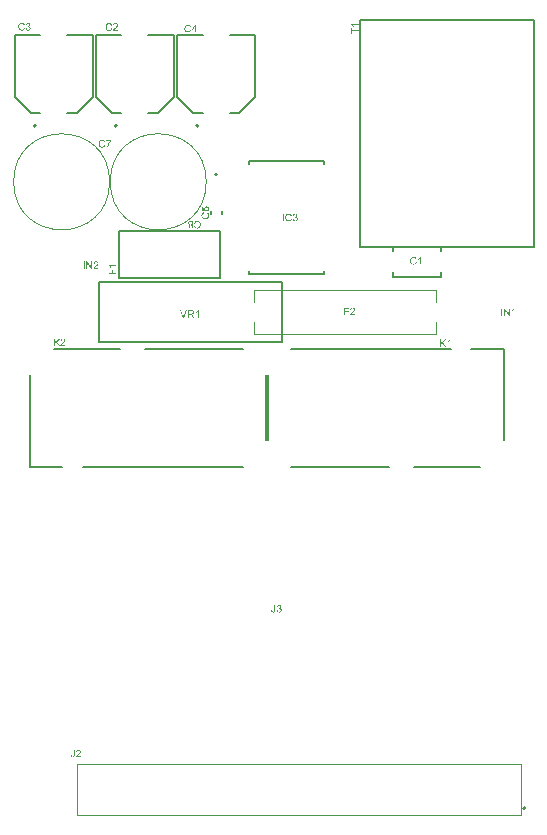
<source format=gto>
G04*
G04 #@! TF.GenerationSoftware,Altium Limited,Altium Designer,23.0.1 (38)*
G04*
G04 Layer_Color=65535*
%FSTAX44Y44*%
%MOMM*%
G71*
G04*
G04 #@! TF.SameCoordinates,819F8F0F-2E7A-4D06-A50E-73C9B09E9D71*
G04*
G04*
G04 #@! TF.FilePolarity,Positive*
G04*
G01*
G75*
%ADD10C,0.1000*%
%ADD11C,0.2000*%
%ADD12C,0.1270*%
%ADD13C,0.0500*%
G36*
X00036952Y00425021D02*
X00039754Y00421221D01*
X00038635D01*
X00036361Y00424448D01*
X00035316Y0042344D01*
Y00421221D01*
X00034465D01*
Y00427619D01*
X00035316D01*
Y00424439D01*
X00038478Y00427619D01*
X00039634D01*
X00036952Y00425021D01*
D02*
G37*
G36*
X00042416Y00427638D02*
X0004249Y00427628D01*
X00042583Y00427619D01*
X00042684Y00427601D01*
X00042786Y00427582D01*
X00043027Y00427517D01*
X00043267Y00427425D01*
X00043387Y00427369D01*
X00043507Y00427305D01*
X00043618Y00427221D01*
X0004372Y00427129D01*
X00043729Y0042712D01*
X00043748Y00427111D01*
X00043766Y00427074D01*
X00043803Y00427037D01*
X0004385Y0042699D01*
X00043896Y00426926D01*
X00043942Y00426861D01*
X00043997Y00426778D01*
X0004409Y00426602D01*
X00044182Y0042638D01*
X00044219Y00426269D01*
X00044238Y0042614D01*
X00044256Y0042601D01*
X00044265Y00425872D01*
Y00425853D01*
Y00425807D01*
X00044256Y00425733D01*
X00044247Y00425631D01*
X00044229Y0042552D01*
X00044192Y00425391D01*
X00044155Y00425252D01*
X00044099Y00425114D01*
X0004409Y00425095D01*
X00044071Y00425049D01*
X00044034Y00424975D01*
X00043979Y00424873D01*
X00043905Y00424762D01*
X00043812Y00424623D01*
X00043702Y00424485D01*
X00043572Y00424328D01*
X00043554Y00424309D01*
X00043507Y00424254D01*
X00043461Y00424207D01*
X00043415Y00424161D01*
X00043359Y00424106D01*
X00043285Y00424032D01*
X00043211Y00423958D01*
X00043119Y00423875D01*
X00043027Y00423782D01*
X00042916Y0042368D01*
X00042796Y00423579D01*
X00042666Y00423459D01*
X00042518Y00423338D01*
X0004237Y00423209D01*
X00042361Y004232D01*
X00042343Y00423181D01*
X00042305Y00423153D01*
X00042259Y00423116D01*
X00042204Y00423061D01*
X00042139Y00423006D01*
X00041991Y00422885D01*
X00041834Y00422747D01*
X00041686Y00422608D01*
X00041557Y00422488D01*
X00041501Y00422442D01*
X00041455Y00422395D01*
X00041446Y00422386D01*
X00041418Y00422358D01*
X00041381Y00422321D01*
X00041335Y00422266D01*
X00041288Y00422201D01*
X00041233Y00422136D01*
X00041122Y00421979D01*
X00044275D01*
Y00421221D01*
X00040031D01*
Y0042123D01*
Y00421267D01*
Y00421323D01*
X0004004Y00421397D01*
X0004005Y0042148D01*
X00040068Y00421572D01*
X00040086Y00421665D01*
X00040124Y00421767D01*
Y00421776D01*
X00040133Y00421785D01*
X00040151Y00421841D01*
X00040188Y00421924D01*
X00040244Y00422035D01*
X00040318Y00422164D01*
X0004041Y00422312D01*
X00040512Y0042246D01*
X00040641Y00422617D01*
Y00422626D01*
X0004066Y00422636D01*
X00040706Y00422691D01*
X00040789Y00422774D01*
X00040909Y00422895D01*
X00041048Y00423033D01*
X00041224Y004232D01*
X00041436Y00423385D01*
X00041667Y00423579D01*
X00041677Y00423588D01*
X00041714Y00423616D01*
X00041769Y00423662D01*
X00041834Y00423717D01*
X00041917Y00423791D01*
X00042019Y00423875D01*
X00042121Y00423967D01*
X00042241Y00424069D01*
X00042472Y00424291D01*
X00042703Y00424513D01*
X00042814Y00424623D01*
X00042916Y00424734D01*
X00043008Y00424836D01*
X00043082Y00424938D01*
Y00424947D01*
X00043101Y00424956D01*
X00043119Y00424984D01*
X00043138Y00425021D01*
X00043202Y00425123D01*
X00043276Y00425243D01*
X00043341Y00425391D01*
X00043406Y00425548D01*
X00043443Y00425724D01*
X00043461Y0042589D01*
Y00425899D01*
Y00425909D01*
X00043452Y00425964D01*
X00043443Y00426057D01*
X00043415Y00426158D01*
X00043378Y00426288D01*
X00043313Y00426417D01*
X0004323Y00426547D01*
X00043119Y00426676D01*
X00043101Y00426694D01*
X00043054Y00426731D01*
X0004299Y00426778D01*
X00042888Y00426842D01*
X00042758Y00426898D01*
X00042611Y00426953D01*
X00042435Y0042699D01*
X00042241Y00427D01*
X00042185D01*
X00042148Y0042699D01*
X00042037Y00426981D01*
X00041908Y00426953D01*
X00041769Y00426916D01*
X00041612Y00426852D01*
X00041464Y00426768D01*
X00041325Y00426658D01*
X00041307Y00426639D01*
X0004127Y00426593D01*
X00041214Y00426519D01*
X00041159Y00426408D01*
X00041094Y00426278D01*
X00041039Y00426112D01*
X00041002Y00425927D01*
X00040983Y00425714D01*
X00040179Y00425798D01*
Y00425807D01*
X00040188Y00425835D01*
Y00425881D01*
X00040198Y00425946D01*
X00040216Y0042602D01*
X00040234Y00426103D01*
X00040262Y00426204D01*
X0004029Y00426306D01*
X00040364Y00426528D01*
X00040475Y0042675D01*
X0004054Y00426861D01*
X00040623Y00426972D01*
X00040706Y00427074D01*
X00040798Y00427166D01*
X00040808Y00427175D01*
X00040826Y00427185D01*
X00040854Y00427212D01*
X000409Y0042724D01*
X00040956Y00427277D01*
X0004102Y00427314D01*
X00041094Y0042736D01*
X00041187Y00427407D01*
X00041288Y00427453D01*
X00041399Y00427499D01*
X0004152Y00427536D01*
X00041649Y00427573D01*
X00041788Y00427601D01*
X00041936Y00427628D01*
X00042093Y00427638D01*
X00042259Y00427647D01*
X00042352D01*
X00042416Y00427638D01*
D02*
G37*
G36*
X00225407Y00202141D02*
X00225527Y00202123D01*
X00225675Y00202095D01*
X00225841Y00202049D01*
X00226008Y00201993D01*
X00226174Y00201919D01*
X00226183D01*
X00226192Y0020191D01*
X00226248Y00201882D01*
X00226331Y00201827D01*
X00226424Y00201762D01*
X00226535Y0020167D01*
X00226646Y00201568D01*
X00226756Y00201448D01*
X00226849Y00201309D01*
X00226858Y0020129D01*
X00226886Y00201244D01*
X00226923Y00201161D01*
X00226969Y00201059D01*
X00227015Y00200939D01*
X00227052Y002008D01*
X0022708Y00200643D01*
X00227089Y00200486D01*
Y00200468D01*
Y00200412D01*
X0022708Y00200338D01*
X00227062Y00200236D01*
X00227034Y00200116D01*
X00226988Y00199987D01*
X00226932Y00199857D01*
X00226858Y00199728D01*
X00226849Y00199709D01*
X00226821Y00199673D01*
X00226766Y00199608D01*
X00226692Y00199534D01*
X00226599Y00199451D01*
X00226488Y00199358D01*
X00226359Y00199275D01*
X00226202Y00199192D01*
X00226211D01*
X00226229Y00199182D01*
X00226257Y00199173D01*
X00226294Y00199164D01*
X00226396Y00199127D01*
X00226525Y00199072D01*
X00226673Y00198998D01*
X00226821Y00198905D01*
X0022696Y00198785D01*
X00227089Y00198646D01*
X00227099Y00198628D01*
X00227136Y00198572D01*
X00227191Y0019848D01*
X00227246Y0019836D01*
X00227302Y00198212D01*
X00227357Y00198036D01*
X00227394Y00197833D01*
X00227404Y00197611D01*
Y00197602D01*
Y00197574D01*
Y00197528D01*
X00227394Y00197472D01*
X00227385Y00197398D01*
X00227367Y00197315D01*
X00227348Y00197222D01*
X0022733Y00197121D01*
X00227256Y00196899D01*
X002272Y00196779D01*
X00227145Y00196668D01*
X00227071Y00196548D01*
X00226988Y00196427D01*
X00226895Y00196307D01*
X00226784Y00196196D01*
X00226775Y00196187D01*
X00226756Y00196168D01*
X00226719Y00196141D01*
X00226673Y00196104D01*
X00226618Y00196057D01*
X00226544Y00196011D01*
X00226461Y00195956D01*
X00226359Y0019591D01*
X00226257Y00195854D01*
X00226137Y00195799D01*
X00226017Y00195752D01*
X00225878Y00195706D01*
X0022573Y00195669D01*
X00225573Y00195641D01*
X00225416Y00195623D01*
X0022524Y00195614D01*
X00225157D01*
X00225102Y00195623D01*
X00225028Y00195632D01*
X00224944Y00195641D01*
X00224852Y0019566D01*
X0022475Y00195678D01*
X00224528Y00195734D01*
X00224297Y00195826D01*
X00224177Y00195882D01*
X00224066Y00195947D01*
X00223955Y0019603D01*
X00223844Y00196113D01*
X00223835Y00196122D01*
X00223816Y00196141D01*
X00223789Y00196168D01*
X00223761Y00196205D01*
X00223715Y00196252D01*
X00223668Y00196316D01*
X00223613Y00196381D01*
X00223557Y00196464D01*
X00223502Y00196557D01*
X00223447Y00196649D01*
X00223345Y00196871D01*
X00223262Y0019713D01*
X00223234Y00197269D01*
X00223215Y00197417D01*
X00224001Y00197518D01*
Y00197509D01*
X00224011Y00197491D01*
X0022402Y00197454D01*
X00224029Y00197407D01*
X00224038Y00197352D01*
X00224057Y00197287D01*
X00224103Y00197148D01*
X00224168Y00196982D01*
X00224251Y00196825D01*
X00224343Y00196677D01*
X00224454Y00196548D01*
X00224473Y00196538D01*
X0022451Y00196501D01*
X00224584Y00196455D01*
X00224676Y00196409D01*
X00224787Y00196353D01*
X00224926Y00196307D01*
X00225083Y0019627D01*
X00225249Y00196261D01*
X00225305D01*
X00225342Y0019627D01*
X00225444Y00196279D01*
X00225573Y00196307D01*
X00225721Y00196353D01*
X00225878Y00196418D01*
X00226035Y00196511D01*
X00226183Y0019664D01*
X00226202Y00196658D01*
X00226248Y00196714D01*
X00226303Y00196797D01*
X00226377Y00196908D01*
X00226451Y00197047D01*
X00226507Y00197204D01*
X00226553Y00197389D01*
X00226572Y00197592D01*
Y00197602D01*
Y0019762D01*
Y00197648D01*
X00226562Y00197685D01*
X00226553Y00197786D01*
X00226525Y00197907D01*
X00226488Y00198055D01*
X00226424Y00198202D01*
X00226331Y0019835D01*
X00226211Y00198489D01*
X00226192Y00198508D01*
X00226146Y00198545D01*
X00226072Y001986D01*
X00225971Y00198665D01*
X00225841Y00198729D01*
X00225684Y00198785D01*
X00225508Y00198822D01*
X00225314Y0019884D01*
X00225231D01*
X00225166Y00198831D01*
X00225083Y00198822D01*
X00224991Y00198803D01*
X0022488Y00198785D01*
X00224759Y00198757D01*
X00224852Y00199451D01*
X00224898D01*
X00224935Y00199441D01*
X00225055D01*
X00225157Y0019946D01*
X00225277Y00199478D01*
X00225416Y00199506D01*
X00225573Y00199552D01*
X00225721Y00199617D01*
X00225878Y001997D01*
X00225887D01*
X00225897Y00199709D01*
X00225943Y00199746D01*
X00226008Y00199811D01*
X00226082Y00199894D01*
X00226155Y00200015D01*
X0022622Y00200153D01*
X00226266Y0020031D01*
X00226285Y00200403D01*
Y00200505D01*
Y00200514D01*
Y00200523D01*
Y00200579D01*
X00226266Y00200653D01*
X00226248Y00200754D01*
X00226211Y00200865D01*
X00226165Y00200985D01*
X00226091Y00201106D01*
X00225989Y00201217D01*
X0022598Y00201226D01*
X00225934Y00201263D01*
X00225869Y00201309D01*
X00225786Y00201364D01*
X00225675Y00201411D01*
X00225545Y00201457D01*
X00225397Y00201494D01*
X00225231Y00201503D01*
X00225157D01*
X00225074Y00201485D01*
X00224963Y00201466D01*
X00224843Y00201429D01*
X00224722Y00201383D01*
X00224593Y00201309D01*
X00224473Y00201217D01*
X00224464Y00201207D01*
X00224427Y00201161D01*
X00224371Y00201096D01*
X00224306Y00201004D01*
X00224242Y00200884D01*
X00224177Y00200736D01*
X00224121Y0020056D01*
X00224084Y00200357D01*
X00223299Y00200495D01*
Y00200505D01*
X00223308Y00200532D01*
X00223317Y00200569D01*
X00223326Y00200625D01*
X00223345Y0020069D01*
X00223373Y00200763D01*
X00223428Y00200939D01*
X00223521Y00201143D01*
X00223631Y00201346D01*
X0022377Y0020154D01*
X00223946Y00201716D01*
X00223955Y00201725D01*
X00223974Y00201734D01*
X00224001Y00201753D01*
X00224038Y0020178D01*
X00224084Y00201817D01*
X00224149Y00201854D01*
X00224214Y00201891D01*
X00224297Y00201938D01*
X00224482Y00202012D01*
X00224695Y00202086D01*
X00224944Y00202132D01*
X00225074Y0020215D01*
X00225305D01*
X00225407Y00202141D01*
D02*
G37*
G36*
X00222143Y00197759D02*
Y00197749D01*
Y00197722D01*
Y00197685D01*
Y00197629D01*
X00222134Y00197555D01*
Y00197481D01*
X00222115Y00197306D01*
X00222097Y00197102D01*
X0022206Y0019689D01*
X00222004Y00196695D01*
X0022194Y00196511D01*
Y00196501D01*
X0022193Y00196492D01*
X00221903Y00196437D01*
X00221856Y00196363D01*
X00221792Y00196261D01*
X00221699Y00196159D01*
X00221597Y00196048D01*
X00221468Y00195937D01*
X0022132Y00195845D01*
X00221302Y00195836D01*
X00221246Y00195808D01*
X00221163Y00195771D01*
X00221043Y00195734D01*
X00220895Y00195688D01*
X00220728Y00195651D01*
X00220543Y00195623D01*
X0022034Y00195614D01*
X00220257D01*
X00220201Y00195623D01*
X00220127Y00195632D01*
X00220053Y00195641D01*
X00219859Y00195678D01*
X00219656Y00195734D01*
X00219443Y00195817D01*
X00219332Y00195873D01*
X0021923Y00195937D01*
X00219138Y00196011D01*
X00219046Y00196094D01*
X00219036Y00196104D01*
X00219027Y00196113D01*
X00219009Y0019615D01*
X00218981Y00196187D01*
X00218944Y00196233D01*
X00218907Y00196298D01*
X0021887Y00196372D01*
X00218824Y00196455D01*
X00218787Y00196548D01*
X0021875Y00196658D01*
X00218713Y00196769D01*
X00218676Y00196899D01*
X00218657Y00197038D01*
X0021863Y00197195D01*
X0021862Y00197352D01*
Y00197528D01*
X00219388Y00197638D01*
Y00197629D01*
Y00197611D01*
Y00197574D01*
X00219397Y00197518D01*
X00219406Y00197463D01*
Y00197398D01*
X00219434Y00197241D01*
X00219462Y00197075D01*
X00219517Y00196908D01*
X00219573Y0019676D01*
X0021961Y00196695D01*
X00219656Y0019664D01*
X00219665Y00196631D01*
X00219702Y00196603D01*
X00219757Y00196557D01*
X00219832Y00196511D01*
X00219933Y00196455D01*
X00220044Y00196418D01*
X00220183Y00196381D01*
X00220331Y00196372D01*
X00220386D01*
X00220442Y00196381D01*
X00220525Y0019639D01*
X00220608Y00196409D01*
X00220701Y00196427D01*
X00220793Y00196464D01*
X00220886Y00196511D01*
X00220895Y0019652D01*
X00220923Y00196538D01*
X00220959Y00196575D01*
X00221015Y00196612D01*
X00221061Y00196677D01*
X00221117Y00196742D01*
X00221163Y00196816D01*
X002212Y00196908D01*
Y00196917D01*
X00221218Y00196954D01*
X00221228Y00197019D01*
X00221246Y00197102D01*
X00221265Y00197213D01*
X00221274Y00197352D01*
X00221292Y00197518D01*
Y00197712D01*
Y00202123D01*
X00222143D01*
Y00197759D01*
D02*
G37*
G36*
X00067112Y00486499D02*
X00066234D01*
X00062887Y0049152D01*
Y00486499D01*
X00062074D01*
Y00492897D01*
X00062943D01*
X00066299Y00487868D01*
Y00492897D01*
X00067112D01*
Y00486499D01*
D02*
G37*
G36*
X00070487Y00492916D02*
X00070561Y00492906D01*
X00070654Y00492897D01*
X00070755Y00492879D01*
X00070857Y0049286D01*
X00071097Y00492795D01*
X00071338Y00492703D01*
X00071458Y00492648D01*
X00071578Y00492583D01*
X00071689Y004925D01*
X00071791Y00492407D01*
X000718Y00492398D01*
X00071818Y00492389D01*
X00071837Y00492352D01*
X00071874Y00492315D01*
X0007192Y00492268D01*
X00071966Y00492204D01*
X00072013Y00492139D01*
X00072068Y00492056D01*
X00072161Y0049188D01*
X00072253Y00491658D01*
X0007229Y00491547D01*
X00072309Y00491418D01*
X00072327Y00491288D01*
X00072336Y0049115D01*
Y00491131D01*
Y00491085D01*
X00072327Y00491011D01*
X00072318Y00490909D01*
X00072299Y00490798D01*
X00072262Y00490669D01*
X00072225Y0049053D01*
X0007217Y00490392D01*
X00072161Y00490373D01*
X00072142Y00490327D01*
X00072105Y00490253D01*
X0007205Y00490151D01*
X00071976Y0049004D01*
X00071883Y00489902D01*
X00071772Y00489763D01*
X00071643Y00489606D01*
X00071624Y00489587D01*
X00071578Y00489532D01*
X00071532Y00489486D01*
X00071486Y00489439D01*
X0007143Y00489384D01*
X00071356Y0048931D01*
X00071282Y00489236D01*
X0007119Y00489153D01*
X00071097Y0048906D01*
X00070986Y00488959D01*
X00070866Y00488857D01*
X00070737Y00488737D01*
X00070589Y00488616D01*
X00070441Y00488487D01*
X00070432Y00488478D01*
X00070413Y00488459D01*
X00070376Y00488432D01*
X0007033Y00488395D01*
X00070275Y00488339D01*
X0007021Y00488284D01*
X00070062Y00488163D01*
X00069905Y00488025D01*
X00069757Y00487886D01*
X00069627Y00487766D01*
X00069572Y0048772D01*
X00069526Y00487673D01*
X00069516Y00487664D01*
X00069489Y00487636D01*
X00069452Y00487599D01*
X00069405Y00487544D01*
X00069359Y00487479D01*
X00069304Y00487415D01*
X00069193Y00487257D01*
X00072345D01*
Y00486499D01*
X00068102D01*
Y00486508D01*
Y00486545D01*
Y00486601D01*
X00068111Y00486675D01*
X0006812Y00486758D01*
X00068139Y00486851D01*
X00068157Y00486943D01*
X00068194Y00487045D01*
Y00487054D01*
X00068204Y00487063D01*
X00068222Y00487119D01*
X00068259Y00487202D01*
X00068314Y00487313D01*
X00068388Y00487442D01*
X00068481Y0048759D01*
X00068583Y00487738D01*
X00068712Y00487895D01*
Y00487905D01*
X00068731Y00487914D01*
X00068777Y00487969D01*
X0006886Y00488052D01*
X0006898Y00488173D01*
X00069119Y00488311D01*
X00069295Y00488478D01*
X00069507Y00488663D01*
X00069738Y00488857D01*
X00069748Y00488866D01*
X00069784Y00488894D01*
X0006984Y0048894D01*
X00069905Y00488996D01*
X00069988Y00489069D01*
X0007009Y00489153D01*
X00070191Y00489245D01*
X00070311Y00489347D01*
X00070543Y00489569D01*
X00070774Y00489791D01*
X00070885Y00489902D01*
X00070986Y00490013D01*
X00071079Y00490114D01*
X00071153Y00490216D01*
Y00490225D01*
X00071171Y00490234D01*
X0007119Y00490262D01*
X00071208Y00490299D01*
X00071273Y00490401D01*
X00071347Y00490521D01*
X00071412Y00490669D01*
X00071476Y00490826D01*
X00071513Y00491002D01*
X00071532Y00491168D01*
Y00491177D01*
Y00491187D01*
X00071523Y00491242D01*
X00071513Y00491335D01*
X00071486Y00491436D01*
X00071449Y00491566D01*
X00071384Y00491695D01*
X00071301Y00491825D01*
X0007119Y00491954D01*
X00071171Y00491973D01*
X00071125Y0049201D01*
X0007106Y00492056D01*
X00070959Y00492121D01*
X00070829Y00492176D01*
X00070681Y00492231D01*
X00070506Y00492268D01*
X00070311Y00492278D01*
X00070256D01*
X00070219Y00492268D01*
X00070108Y00492259D01*
X00069979Y00492231D01*
X0006984Y00492194D01*
X00069683Y0049213D01*
X00069535Y00492047D01*
X00069396Y00491936D01*
X00069378Y00491917D01*
X00069341Y00491871D01*
X00069285Y00491797D01*
X0006923Y00491686D01*
X00069165Y00491557D01*
X0006911Y0049139D01*
X00069073Y00491205D01*
X00069054Y00490993D01*
X0006825Y00491076D01*
Y00491085D01*
X00068259Y00491113D01*
Y00491159D01*
X00068268Y00491224D01*
X00068287Y00491298D01*
X00068305Y00491381D01*
X00068333Y00491483D01*
X00068361Y00491584D01*
X00068435Y00491806D01*
X00068546Y00492028D01*
X0006861Y00492139D01*
X00068693Y0049225D01*
X00068777Y00492352D01*
X00068869Y00492444D01*
X00068878Y00492453D01*
X00068897Y00492463D01*
X00068925Y0049249D01*
X00068971Y00492518D01*
X00069026Y00492555D01*
X00069091Y00492592D01*
X00069165Y00492638D01*
X00069257Y00492685D01*
X00069359Y00492731D01*
X0006947Y00492777D01*
X0006959Y00492814D01*
X0006972Y00492851D01*
X00069858Y00492879D01*
X00070006Y00492906D01*
X00070163Y00492916D01*
X0007033Y00492925D01*
X00070422D01*
X00070487Y00492916D01*
D02*
G37*
G36*
X00060585Y00486499D02*
X00059735D01*
Y00492897D01*
X00060585D01*
Y00486499D01*
D02*
G37*
G36*
X00233628Y00533399D02*
X00233711Y00533389D01*
X00233813Y0053338D01*
X00233915Y00533371D01*
X00234035Y00533343D01*
X00234285Y00533288D01*
X00234562Y00533204D01*
X00234701Y00533149D01*
X0023483Y00533084D01*
X0023496Y00533001D01*
X00235089Y00532918D01*
X00235098Y00532909D01*
X00235117Y00532899D01*
X00235154Y00532872D01*
X002352Y00532826D01*
X00235246Y00532779D01*
X00235311Y00532715D01*
X00235376Y0053264D01*
X0023545Y00532567D01*
X00235523Y00532474D01*
X00235597Y00532363D01*
X00235681Y00532252D01*
X00235755Y00532132D01*
X00235819Y00531993D01*
X00235893Y00531855D01*
X00235949Y00531707D01*
X00236004Y0053154D01*
X00235172Y00531346D01*
Y00531355D01*
X00235163Y00531374D01*
X00235144Y00531411D01*
X00235126Y00531457D01*
X00235107Y00531513D01*
X0023508Y00531586D01*
X00235006Y00531735D01*
X00234913Y00531901D01*
X00234802Y00532067D01*
X00234664Y00532225D01*
X00234516Y00532363D01*
X00234497Y00532382D01*
X00234442Y00532419D01*
X00234349Y00532465D01*
X00234229Y0053253D01*
X00234072Y00532585D01*
X00233896Y0053264D01*
X00233684Y00532677D01*
X00233452Y00532687D01*
X00233379D01*
X00233332Y00532677D01*
X00233268D01*
X00233194Y00532668D01*
X00233018Y0053264D01*
X00232824Y00532604D01*
X0023262Y00532539D01*
X00232408Y00532446D01*
X00232214Y00532326D01*
X00232204D01*
X00232195Y00532308D01*
X0023213Y00532262D01*
X00232047Y00532188D01*
X00231945Y00532077D01*
X00231825Y00531938D01*
X00231714Y00531781D01*
X00231613Y00531586D01*
X0023152Y00531374D01*
Y00531365D01*
X00231511Y00531346D01*
X00231502Y00531318D01*
X00231492Y00531272D01*
X00231474Y00531217D01*
X00231455Y00531152D01*
X00231428Y00530995D01*
X00231391Y0053081D01*
X00231354Y00530606D01*
X00231335Y00530385D01*
X00231326Y00530144D01*
Y00530135D01*
Y00530107D01*
Y00530061D01*
Y00530005D01*
X00231335Y00529941D01*
Y00529858D01*
X00231345Y00529765D01*
X00231354Y00529664D01*
X00231381Y00529442D01*
X00231428Y00529201D01*
X00231483Y00528961D01*
X00231557Y0052872D01*
Y00528711D01*
X00231566Y00528693D01*
X00231585Y00528665D01*
X00231603Y00528619D01*
X00231659Y00528508D01*
X00231742Y00528378D01*
X00231844Y0052823D01*
X00231973Y00528073D01*
X00232121Y00527934D01*
X00232297Y00527805D01*
X00232306D01*
X00232325Y00527796D01*
X00232352Y00527777D01*
X00232389Y00527759D01*
X00232435Y0052774D01*
X00232491Y00527713D01*
X0023262Y00527657D01*
X00232787Y00527602D01*
X00232972Y00527556D01*
X00233175Y00527519D01*
X00233388Y00527509D01*
X00233452D01*
X00233508Y00527519D01*
X00233573D01*
X00233637Y00527528D01*
X00233804Y00527565D01*
X00233998Y00527611D01*
X00234192Y00527685D01*
X00234396Y00527787D01*
X00234497Y00527842D01*
X0023459Y00527916D01*
X00234599Y00527925D01*
X00234608Y00527934D01*
X00234636Y00527962D01*
X00234673Y0052799D01*
X0023471Y00528036D01*
X00234756Y00528092D01*
X00234812Y00528147D01*
X00234858Y00528221D01*
X00234913Y00528304D01*
X00234978Y00528397D01*
X00235033Y00528489D01*
X00235089Y005286D01*
X00235135Y0052872D01*
X00235181Y0052885D01*
X00235228Y00528988D01*
X00235265Y00529137D01*
X00236115Y00528924D01*
Y00528915D01*
X00236106Y00528878D01*
X00236087Y00528822D01*
X0023606Y00528748D01*
X00236032Y00528665D01*
X00235995Y00528563D01*
X00235949Y00528452D01*
X00235893Y00528332D01*
X00235764Y00528073D01*
X00235597Y00527814D01*
X00235496Y00527685D01*
X00235394Y00527556D01*
X00235283Y00527444D01*
X00235154Y00527334D01*
X00235144Y00527324D01*
X00235126Y00527306D01*
X0023508Y00527287D01*
X00235033Y0052725D01*
X0023496Y00527204D01*
X00234886Y00527158D01*
X00234784Y00527112D01*
X00234682Y00527065D01*
X00234562Y0052701D01*
X00234433Y00526964D01*
X00234294Y00526917D01*
X00234146Y00526871D01*
X00233989Y00526834D01*
X00233822Y00526816D01*
X00233647Y00526797D01*
X00233462Y00526788D01*
X0023336D01*
X00233286Y00526797D01*
X00233203D01*
X00233101Y00526807D01*
X0023299Y00526825D01*
X00232861Y00526843D01*
X00232593Y0052689D01*
X00232315Y00526964D01*
X00232038Y00527065D01*
X00231908Y0052713D01*
X00231779Y00527204D01*
X0023177Y00527213D01*
X00231751Y00527223D01*
X00231714Y0052725D01*
X00231677Y00527287D01*
X00231622Y00527324D01*
X00231557Y0052738D01*
X00231483Y00527444D01*
X00231409Y00527519D01*
X00231335Y00527602D01*
X00231252Y00527685D01*
X00231086Y00527897D01*
X00230928Y00528147D01*
X0023079Y00528424D01*
Y00528434D01*
X00230771Y00528461D01*
X00230762Y00528508D01*
X00230734Y00528563D01*
X00230716Y00528637D01*
X00230688Y0052873D01*
X00230651Y00528831D01*
X00230623Y00528942D01*
X00230596Y00529062D01*
X00230559Y00529201D01*
X00230512Y00529488D01*
X00230475Y00529811D01*
X00230457Y00530144D01*
Y00530154D01*
Y00530191D01*
Y00530246D01*
X00230466Y00530311D01*
Y00530403D01*
X00230475Y00530496D01*
X00230485Y00530616D01*
X00230503Y00530736D01*
X00230549Y00531004D01*
X00230614Y005313D01*
X00230707Y00531596D01*
X00230836Y00531882D01*
X00230845Y00531892D01*
X00230854Y00531919D01*
X00230873Y00531956D01*
X0023091Y00532003D01*
X00230947Y00532067D01*
X00230993Y00532141D01*
X00231113Y00532308D01*
X00231271Y00532493D01*
X00231455Y00532677D01*
X00231668Y00532862D01*
X00231918Y0053302D01*
X00231927Y00533029D01*
X00231955Y00533038D01*
X00231992Y00533057D01*
X00232038Y00533084D01*
X00232112Y00533112D01*
X00232186Y0053314D01*
X00232278Y00533177D01*
X0023238Y00533214D01*
X00232491Y00533251D01*
X00232611Y00533288D01*
X0023287Y00533343D01*
X00233166Y00533389D01*
X00233471Y00533408D01*
X00233563D01*
X00233628Y00533399D01*
D02*
G37*
G36*
X00239037Y00533316D02*
X00239157Y00533297D01*
X00239305Y00533269D01*
X00239471Y00533223D01*
X00239638Y00533167D01*
X00239804Y00533094D01*
X00239813D01*
X00239823Y00533084D01*
X00239878Y00533057D01*
X00239961Y00533001D01*
X00240054Y00532936D01*
X00240165Y00532844D01*
X00240276Y00532742D01*
X00240387Y00532622D01*
X00240479Y00532483D01*
X00240488Y00532465D01*
X00240516Y00532419D01*
X00240553Y00532335D01*
X00240599Y00532234D01*
X00240646Y00532113D01*
X00240683Y00531975D01*
X0024071Y00531818D01*
X0024072Y0053166D01*
Y00531642D01*
Y00531586D01*
X0024071Y00531513D01*
X00240692Y00531411D01*
X00240664Y00531291D01*
X00240618Y00531161D01*
X00240562Y00531032D01*
X00240488Y00530902D01*
X00240479Y00530884D01*
X00240451Y00530847D01*
X00240396Y00530782D01*
X00240322Y00530708D01*
X00240229Y00530625D01*
X00240119Y00530532D01*
X00239989Y00530449D01*
X00239832Y00530366D01*
X00239841D01*
X0023986Y00530357D01*
X00239887Y00530348D01*
X00239924Y00530338D01*
X00240026Y00530301D01*
X00240156Y00530246D01*
X00240303Y00530172D01*
X00240451Y00530079D01*
X0024059Y00529959D01*
X0024072Y00529821D01*
X00240729Y00529802D01*
X00240766Y00529747D01*
X00240821Y00529654D01*
X00240877Y00529534D01*
X00240932Y00529386D01*
X00240988Y0052921D01*
X00241025Y00529007D01*
X00241034Y00528785D01*
Y00528776D01*
Y00528748D01*
Y00528702D01*
X00241025Y00528646D01*
X00241015Y00528573D01*
X00240997Y00528489D01*
X00240978Y00528397D01*
X0024096Y00528295D01*
X00240886Y00528073D01*
X0024083Y00527953D01*
X00240775Y00527842D01*
X00240701Y00527722D01*
X00240618Y00527602D01*
X00240525Y00527481D01*
X00240414Y0052737D01*
X00240405Y00527361D01*
X00240387Y00527343D01*
X0024035Y00527315D01*
X00240303Y00527278D01*
X00240248Y00527232D01*
X00240174Y00527186D01*
X00240091Y0052713D01*
X00239989Y00527084D01*
X00239887Y00527029D01*
X00239767Y00526973D01*
X00239647Y00526927D01*
X00239508Y0052688D01*
X0023936Y00526843D01*
X00239203Y00526816D01*
X00239046Y00526797D01*
X0023887Y00526788D01*
X00238787D01*
X00238732Y00526797D01*
X00238658Y00526807D01*
X00238575Y00526816D01*
X00238482Y00526834D01*
X0023838Y00526853D01*
X00238158Y00526908D01*
X00237927Y00527001D01*
X00237807Y00527056D01*
X00237696Y00527121D01*
X00237585Y00527204D01*
X00237474Y00527287D01*
X00237465Y00527297D01*
X00237447Y00527315D01*
X00237419Y00527343D01*
X00237391Y0052738D01*
X00237345Y00527426D01*
X00237299Y00527491D01*
X00237243Y00527556D01*
X00237188Y00527639D01*
X00237132Y00527731D01*
X00237077Y00527824D01*
X00236975Y00528046D01*
X00236892Y00528304D01*
X00236864Y00528443D01*
X00236846Y00528591D01*
X00237631Y00528693D01*
Y00528683D01*
X00237641Y00528665D01*
X0023765Y00528628D01*
X00237659Y00528582D01*
X00237668Y00528526D01*
X00237687Y00528461D01*
X00237733Y00528323D01*
X00237798Y00528156D01*
X00237881Y00527999D01*
X00237974Y00527851D01*
X00238085Y00527722D01*
X00238103Y00527713D01*
X0023814Y00527676D01*
X00238214Y00527629D01*
X00238306Y00527583D01*
X00238417Y00527528D01*
X00238556Y00527481D01*
X00238713Y00527444D01*
X0023888Y00527435D01*
X00238935D01*
X00238972Y00527444D01*
X00239074Y00527454D01*
X00239203Y00527481D01*
X00239351Y00527528D01*
X00239508Y00527592D01*
X00239666Y00527685D01*
X00239813Y00527814D01*
X00239832Y00527833D01*
X00239878Y00527888D01*
X00239934Y00527971D01*
X00240008Y00528083D01*
X00240082Y00528221D01*
X00240137Y00528378D01*
X00240183Y00528563D01*
X00240202Y00528767D01*
Y00528776D01*
Y00528794D01*
Y00528822D01*
X00240193Y00528859D01*
X00240183Y00528961D01*
X00240156Y00529081D01*
X00240119Y00529229D01*
X00240054Y00529377D01*
X00239961Y00529525D01*
X00239841Y00529664D01*
X00239823Y00529682D01*
X00239776Y00529719D01*
X00239702Y00529774D01*
X00239601Y00529839D01*
X00239471Y00529904D01*
X00239314Y00529959D01*
X00239139Y00529996D01*
X00238944Y00530015D01*
X00238861D01*
X00238796Y00530005D01*
X00238713Y00529996D01*
X00238621Y00529978D01*
X0023851Y00529959D01*
X0023839Y00529932D01*
X00238482Y00530625D01*
X00238528D01*
X00238565Y00530616D01*
X00238685D01*
X00238787Y00530634D01*
X00238907Y00530653D01*
X00239046Y00530681D01*
X00239203Y00530727D01*
X00239351Y00530791D01*
X00239508Y00530875D01*
X00239518D01*
X00239527Y00530884D01*
X00239573Y00530921D01*
X00239638Y00530986D01*
X00239712Y00531069D01*
X00239786Y00531189D01*
X0023985Y00531328D01*
X00239897Y00531485D01*
X00239915Y00531577D01*
Y00531679D01*
Y00531688D01*
Y00531698D01*
Y00531753D01*
X00239897Y00531827D01*
X00239878Y00531929D01*
X00239841Y0053204D01*
X00239795Y0053216D01*
X00239721Y0053228D01*
X00239619Y00532391D01*
X0023961Y005324D01*
X00239564Y00532437D01*
X00239499Y00532483D01*
X00239416Y00532539D01*
X00239305Y00532585D01*
X00239175Y00532631D01*
X00239028Y00532668D01*
X00238861Y00532677D01*
X00238787D01*
X00238704Y00532659D01*
X00238593Y0053264D01*
X00238473Y00532604D01*
X00238353Y00532557D01*
X00238223Y00532483D01*
X00238103Y00532391D01*
X00238094Y00532382D01*
X00238057Y00532335D01*
X00238001Y00532271D01*
X00237937Y00532178D01*
X00237872Y00532058D01*
X00237807Y0053191D01*
X00237752Y00531735D01*
X00237715Y00531531D01*
X00236929Y0053167D01*
Y00531679D01*
X00236938Y00531707D01*
X00236947Y00531744D01*
X00236957Y00531799D01*
X00236975Y00531864D01*
X00237003Y00531938D01*
X00237058Y00532113D01*
X00237151Y00532317D01*
X00237262Y0053252D01*
X002374Y00532715D01*
X00237576Y0053289D01*
X00237585Y00532899D01*
X00237604Y00532909D01*
X00237631Y00532927D01*
X00237668Y00532955D01*
X00237715Y00532992D01*
X00237779Y00533029D01*
X00237844Y00533066D01*
X00237927Y00533112D01*
X00238112Y00533186D01*
X00238325Y0053326D01*
X00238575Y00533306D01*
X00238704Y00533325D01*
X00238935D01*
X00239037Y00533316D01*
D02*
G37*
G36*
X00229209Y00526899D02*
X00228358D01*
Y00533297D01*
X00229209D01*
Y00526899D01*
D02*
G37*
G36*
X00052249Y00075063D02*
Y00075053D01*
Y00075026D01*
Y00074989D01*
Y00074933D01*
X0005224Y00074859D01*
Y00074785D01*
X00052221Y0007461D01*
X00052203Y00074406D01*
X00052166Y00074194D01*
X00052111Y00073999D01*
X00052046Y00073815D01*
Y00073805D01*
X00052037Y00073796D01*
X00052009Y00073741D01*
X00051963Y00073667D01*
X00051898Y00073565D01*
X00051806Y00073463D01*
X00051704Y00073352D01*
X00051574Y00073241D01*
X00051426Y00073149D01*
X00051408Y0007314D01*
X00051352Y00073112D01*
X00051269Y00073075D01*
X00051149Y00073038D01*
X00051001Y00072992D01*
X00050835Y00072955D01*
X0005065Y00072927D01*
X00050446Y00072918D01*
X00050363D01*
X00050308Y00072927D01*
X00050234Y00072936D01*
X0005016Y00072945D01*
X00049966Y00072982D01*
X00049762Y00073038D01*
X0004955Y00073121D01*
X00049439Y00073177D01*
X00049337Y00073241D01*
X00049244Y00073315D01*
X00049152Y00073398D01*
X00049143Y00073408D01*
X00049134Y00073417D01*
X00049115Y00073454D01*
X00049087Y00073491D01*
X0004905Y00073537D01*
X00049013Y00073602D01*
X00048976Y00073676D01*
X0004893Y00073759D01*
X00048893Y00073851D01*
X00048856Y00073962D01*
X00048819Y00074073D01*
X00048782Y00074203D01*
X00048764Y00074342D01*
X00048736Y00074499D01*
X00048727Y00074656D01*
Y00074832D01*
X00049494Y00074942D01*
Y00074933D01*
Y00074915D01*
Y00074878D01*
X00049503Y00074822D01*
X00049513Y00074767D01*
Y00074702D01*
X0004954Y00074545D01*
X00049568Y00074378D01*
X00049623Y00074212D01*
X00049679Y00074064D01*
X00049716Y00073999D01*
X00049762Y00073944D01*
X00049771Y00073935D01*
X00049808Y00073907D01*
X00049864Y00073861D01*
X00049938Y00073815D01*
X0005004Y00073759D01*
X0005015Y00073722D01*
X00050289Y00073685D01*
X00050437Y00073676D01*
X00050493D01*
X00050548Y00073685D01*
X00050631Y00073694D01*
X00050715Y00073713D01*
X00050807Y00073731D01*
X00050899Y00073768D01*
X00050992Y00073815D01*
X00051001Y00073824D01*
X00051029Y00073842D01*
X00051066Y00073879D01*
X00051121Y00073916D01*
X00051167Y00073981D01*
X00051223Y00074046D01*
X00051269Y0007412D01*
X00051306Y00074212D01*
Y00074221D01*
X00051325Y00074258D01*
X00051334Y00074323D01*
X00051352Y00074406D01*
X00051371Y00074517D01*
X0005138Y00074656D01*
X00051399Y00074822D01*
Y00075016D01*
Y00079427D01*
X00052249D01*
Y00075063D01*
D02*
G37*
G36*
X00055587Y00079445D02*
X00055661Y00079436D01*
X00055753Y00079427D01*
X00055855Y00079408D01*
X00055957Y0007939D01*
X00056197Y00079325D01*
X00056438Y00079232D01*
X00056558Y00079177D01*
X00056678Y00079112D01*
X00056789Y00079029D01*
X00056891Y00078937D01*
X000569Y00078927D01*
X00056918Y00078918D01*
X00056937Y00078881D01*
X00056974Y00078844D01*
X0005702Y00078798D01*
X00057066Y00078733D01*
X00057112Y00078668D01*
X00057168Y00078585D01*
X0005726Y0007841D01*
X00057353Y00078188D01*
X0005739Y00078077D01*
X00057408Y00077947D01*
X00057427Y00077818D01*
X00057436Y00077679D01*
Y00077661D01*
Y00077614D01*
X00057427Y0007754D01*
X00057418Y00077439D01*
X00057399Y00077328D01*
X00057362Y00077198D01*
X00057325Y0007706D01*
X0005727Y00076921D01*
X0005726Y00076902D01*
X00057242Y00076856D01*
X00057205Y00076782D01*
X00057149Y00076681D01*
X00057076Y0007657D01*
X00056983Y00076431D01*
X00056872Y00076292D01*
X00056743Y00076135D01*
X00056724Y00076117D01*
X00056678Y00076061D01*
X00056632Y00076015D01*
X00056585Y00075969D01*
X0005653Y00075913D01*
X00056456Y00075839D01*
X00056382Y00075765D01*
X0005629Y00075682D01*
X00056197Y0007559D01*
X00056086Y00075488D01*
X00055966Y00075386D01*
X00055837Y00075266D01*
X00055689Y00075146D01*
X00055541Y00075016D01*
X00055532Y00075007D01*
X00055513Y00074989D01*
X00055476Y00074961D01*
X0005543Y00074924D01*
X00055374Y00074868D01*
X0005531Y00074813D01*
X00055162Y00074693D01*
X00055005Y00074554D01*
X00054857Y00074415D01*
X00054727Y00074295D01*
X00054672Y00074249D01*
X00054625Y00074203D01*
X00054616Y00074194D01*
X00054588Y00074166D01*
X00054551Y00074129D01*
X00054505Y00074073D01*
X00054459Y00074009D01*
X00054404Y00073944D01*
X00054293Y00073787D01*
X00057445D01*
Y00073029D01*
X00053202D01*
Y00073038D01*
Y00073075D01*
Y0007313D01*
X00053211Y00073204D01*
X0005322Y00073288D01*
X00053239Y0007338D01*
X00053257Y00073472D01*
X00053294Y00073574D01*
Y00073583D01*
X00053303Y00073593D01*
X00053322Y00073648D01*
X00053359Y00073731D01*
X00053414Y00073842D01*
X00053488Y00073972D01*
X00053581Y0007412D01*
X00053682Y00074268D01*
X00053812Y00074425D01*
Y00074434D01*
X0005383Y00074443D01*
X00053877Y00074499D01*
X0005396Y00074582D01*
X0005408Y00074702D01*
X00054219Y00074841D01*
X00054394Y00075007D01*
X00054607Y00075192D01*
X00054838Y00075386D01*
X00054847Y00075395D01*
X00054884Y00075423D01*
X0005494Y00075469D01*
X00055005Y00075525D01*
X00055088Y00075599D01*
X00055189Y00075682D01*
X00055291Y00075775D01*
X00055411Y00075876D01*
X00055642Y00076098D01*
X00055873Y0007632D01*
X00055985Y00076431D01*
X00056086Y00076542D01*
X00056179Y00076644D01*
X00056253Y00076745D01*
Y00076755D01*
X00056271Y00076764D01*
X0005629Y00076792D01*
X00056308Y00076829D01*
X00056373Y0007693D01*
X00056447Y0007705D01*
X00056512Y00077198D01*
X00056576Y00077356D01*
X00056613Y00077531D01*
X00056632Y00077698D01*
Y00077707D01*
Y00077716D01*
X00056622Y00077772D01*
X00056613Y00077864D01*
X00056585Y00077966D01*
X00056549Y00078095D01*
X00056484Y00078225D01*
X000564Y00078354D01*
X0005629Y00078484D01*
X00056271Y00078502D01*
X00056225Y00078539D01*
X0005616Y00078585D01*
X00056059Y0007865D01*
X00055929Y00078705D01*
X00055781Y00078761D01*
X00055605Y00078798D01*
X00055411Y00078807D01*
X00055356D01*
X00055319Y00078798D01*
X00055208Y00078789D01*
X00055078Y00078761D01*
X0005494Y00078724D01*
X00054783Y00078659D01*
X00054635Y00078576D01*
X00054496Y00078465D01*
X00054478Y00078447D01*
X0005444Y000784D01*
X00054385Y00078326D01*
X0005433Y00078215D01*
X00054265Y00078086D01*
X00054209Y0007792D01*
X00054172Y00077735D01*
X00054154Y00077522D01*
X00053349Y00077605D01*
Y00077614D01*
X00053359Y00077642D01*
Y00077688D01*
X00053368Y00077753D01*
X00053387Y00077827D01*
X00053405Y0007791D01*
X00053433Y00078012D01*
X0005346Y00078114D01*
X00053534Y00078336D01*
X00053645Y00078558D01*
X0005371Y00078668D01*
X00053793Y00078779D01*
X00053877Y00078881D01*
X00053969Y00078974D01*
X00053978Y00078983D01*
X00053997Y00078992D01*
X00054024Y0007902D01*
X00054071Y00079047D01*
X00054126Y00079085D01*
X00054191Y00079121D01*
X00054265Y00079168D01*
X00054357Y00079214D01*
X00054459Y0007926D01*
X0005457Y00079306D01*
X0005469Y00079343D01*
X00054819Y0007938D01*
X00054958Y00079408D01*
X00055106Y00079436D01*
X00055263Y00079445D01*
X0005543Y00079454D01*
X00055522D01*
X00055587Y00079445D01*
D02*
G37*
G36*
X00144859Y00445097D02*
X00143971D01*
X00141493Y00451495D01*
X00142418D01*
X00144082Y00446845D01*
Y00446835D01*
X00144091Y00446817D01*
X00144101Y00446789D01*
X00144119Y00446752D01*
X00144128Y00446697D01*
X00144147Y00446641D01*
X00144193Y00446502D01*
X00144248Y00446345D01*
X00144304Y0044617D01*
X00144415Y004458D01*
Y00445809D01*
X00144424Y00445828D01*
X00144433Y00445855D01*
X00144443Y00445892D01*
X0014447Y00445994D01*
X00144517Y00446133D01*
X00144563Y0044629D01*
X00144618Y00446465D01*
X00144683Y0044665D01*
X00144757Y00446845D01*
X00146495Y00451495D01*
X00147355D01*
X00144859Y00445097D01*
D02*
G37*
G36*
X00157211D02*
X00156425D01*
Y00450099D01*
X00156416Y0045009D01*
X00156369Y00450053D01*
X00156314Y00449997D01*
X00156222Y00449933D01*
X0015612Y00449849D01*
X0015599Y00449757D01*
X00155842Y00449655D01*
X00155676Y00449553D01*
X00155667D01*
X00155658Y00449544D01*
X00155602Y00449507D01*
X0015551Y00449461D01*
X00155399Y00449406D01*
X00155269Y00449341D01*
X00155131Y00449276D01*
X00154992Y00449211D01*
X00154853Y00449156D01*
Y00449914D01*
X00154862D01*
X00154881Y00449933D01*
X00154918Y00449942D01*
X00154964Y0044997D01*
X0015502Y00449997D01*
X00155084Y00450034D01*
X00155241Y00450127D01*
X00155426Y00450229D01*
X00155611Y00450358D01*
X00155805Y00450506D01*
X00156Y00450663D01*
X00156009Y00450672D01*
X00156018Y00450681D01*
X00156046Y00450709D01*
X00156083Y00450737D01*
X00156166Y00450829D01*
X00156277Y0045094D01*
X00156388Y0045107D01*
X00156508Y00451218D01*
X0015661Y00451366D01*
X00156702Y00451523D01*
X00157211D01*
Y00445097D01*
D02*
G37*
G36*
X00151173Y00451486D02*
X00151257D01*
X00151451Y00451477D01*
X00151654Y00451449D01*
X00151876Y00451421D01*
X00152079Y00451375D01*
X00152181Y00451347D01*
X00152264Y00451319D01*
X00152274D01*
X00152283Y0045131D01*
X00152338Y00451283D01*
X00152422Y00451245D01*
X00152523Y00451181D01*
X00152634Y00451097D01*
X00152754Y00450987D01*
X00152865Y00450857D01*
X00152976Y00450709D01*
Y004507D01*
X00152985Y00450691D01*
X00153022Y00450635D01*
X0015306Y00450543D01*
X00153115Y00450423D01*
X00153161Y00450284D01*
X00153207Y00450117D01*
X00153235Y00449942D01*
X00153244Y00449748D01*
Y00449738D01*
Y0044972D01*
Y00449683D01*
X00153235Y00449637D01*
Y00449572D01*
X00153226Y00449507D01*
X00153189Y0044935D01*
X00153133Y00449165D01*
X0015306Y00448971D01*
X00152949Y00448777D01*
X00152875Y00448684D01*
X00152801Y00448592D01*
X00152791Y00448583D01*
X00152782Y00448573D01*
X00152754Y00448546D01*
X00152717Y00448518D01*
X00152671Y00448481D01*
X00152616Y00448444D01*
X00152542Y00448398D01*
X00152468Y00448342D01*
X00152375Y00448296D01*
X00152274Y0044825D01*
X00152163Y00448194D01*
X00152043Y00448148D01*
X00151904Y00448111D01*
X00151765Y00448065D01*
X00151608Y00448037D01*
X00151441Y00448009D01*
X0015146Y00448D01*
X00151497Y00447982D01*
X00151552Y00447945D01*
X00151626Y00447908D01*
X00151793Y00447806D01*
X00151876Y00447741D01*
X0015195Y00447686D01*
X00151968Y00447667D01*
X00152015Y00447621D01*
X00152089Y00447547D01*
X00152181Y00447455D01*
X00152283Y00447325D01*
X00152403Y00447187D01*
X00152523Y0044702D01*
X00152653Y00446835D01*
X00153753Y00445097D01*
X00152699D01*
X00151858Y00446428D01*
Y00446438D01*
X00151839Y00446456D01*
X00151821Y00446484D01*
X00151793Y00446521D01*
X00151728Y00446623D01*
X00151645Y00446752D01*
X00151543Y00446891D01*
X00151441Y00447039D01*
X0015134Y00447177D01*
X00151247Y00447307D01*
X00151238Y00447316D01*
X0015121Y00447353D01*
X00151164Y00447409D01*
X00151099Y00447473D01*
X00150961Y00447612D01*
X00150887Y00447677D01*
X00150813Y00447732D01*
X00150804Y00447741D01*
X00150785Y00447751D01*
X00150748Y00447769D01*
X00150693Y00447797D01*
X00150637Y00447825D01*
X00150572Y00447852D01*
X00150424Y00447899D01*
X00150415D01*
X00150397Y00447908D01*
X0015036D01*
X00150314Y00447917D01*
X00150249Y00447926D01*
X00150175D01*
X00150073Y00447936D01*
X00148982D01*
Y00445097D01*
X00148132D01*
Y00451495D01*
X00151099D01*
X00151173Y00451486D01*
D02*
G37*
G36*
X00292773Y00693368D02*
X00287771D01*
X0028778Y00693359D01*
X00287817Y00693313D01*
X00287873Y00693257D01*
X00287937Y00693165D01*
X00288021Y00693063D01*
X00288113Y00692934D01*
X00288215Y00692786D01*
X00288316Y00692619D01*
Y0069261D01*
X00288326Y00692601D01*
X00288363Y00692545D01*
X00288409Y00692453D01*
X00288464Y00692342D01*
X00288529Y00692212D01*
X00288594Y00692074D01*
X00288659Y00691935D01*
X00288714Y00691796D01*
X00287956D01*
Y00691806D01*
X00287937Y00691824D01*
X00287928Y00691861D01*
X002879Y00691907D01*
X00287873Y00691963D01*
X00287836Y00692028D01*
X00287743Y00692185D01*
X00287642Y0069237D01*
X00287512Y00692554D01*
X00287364Y00692749D01*
X00287207Y00692943D01*
X00287198Y00692952D01*
X00287188Y00692961D01*
X00287161Y00692989D01*
X00287133Y00693026D01*
X00287041Y00693109D01*
X0028693Y0069322D01*
X002868Y00693331D01*
X00286652Y00693451D01*
X00286504Y00693553D01*
X00286347Y00693645D01*
Y00694154D01*
X00292773D01*
Y00693368D01*
D02*
G37*
G36*
X00287133Y00688533D02*
X00292773D01*
Y00687682D01*
X00287133D01*
Y00685574D01*
X00286375D01*
Y00690641D01*
X00287133D01*
Y00688533D01*
D02*
G37*
G36*
X00364183Y00424259D02*
X00366985Y00420459D01*
X00365866D01*
X00363592Y00423686D01*
X00362547Y00422678D01*
Y00420459D01*
X00361696D01*
Y00426857D01*
X00362547D01*
Y00423677D01*
X00365709Y00426857D01*
X00366865D01*
X00364183Y00424259D01*
D02*
G37*
G36*
X00370332Y00420459D02*
X00369546D01*
Y00425461D01*
X00369537Y00425452D01*
X0036949Y00425415D01*
X00369435Y00425359D01*
X00369342Y00425295D01*
X00369241Y00425211D01*
X00369111Y00425119D01*
X00368963Y00425017D01*
X00368797Y00424916D01*
X00368788D01*
X00368778Y00424906D01*
X00368723Y00424869D01*
X0036863Y00424823D01*
X0036852Y00424768D01*
X0036839Y00424703D01*
X00368251Y00424638D01*
X00368113Y00424573D01*
X00367974Y00424518D01*
Y00425276D01*
X00367983D01*
X00368002Y00425295D01*
X00368039Y00425304D01*
X00368085Y00425332D01*
X0036814Y00425359D01*
X00368205Y00425396D01*
X00368362Y00425489D01*
X00368547Y00425591D01*
X00368732Y0042572D01*
X00368926Y00425868D01*
X0036912Y00426025D01*
X0036913Y00426034D01*
X00369139Y00426044D01*
X00369167Y00426071D01*
X00369204Y00426099D01*
X00369287Y00426191D01*
X00369398Y00426302D01*
X00369509Y00426432D01*
X00369629Y0042658D01*
X00369731Y00426728D01*
X00369823Y00426885D01*
X00370332D01*
Y00420459D01*
D02*
G37*
G36*
X00420506Y00446621D02*
X00419627D01*
X0041628Y00451642D01*
Y00446621D01*
X00415467D01*
Y00453019D01*
X00416336D01*
X00419692Y0044799D01*
Y00453019D01*
X00420506D01*
Y00446621D01*
D02*
G37*
G36*
X00424564D02*
X00423778D01*
Y00451623D01*
X00423769Y00451614D01*
X00423723Y00451577D01*
X00423668Y00451521D01*
X00423575Y00451457D01*
X00423473Y00451373D01*
X00423344Y00451281D01*
X00423196Y00451179D01*
X0042303Y00451077D01*
X0042302D01*
X00423011Y00451068D01*
X00422956Y00451031D01*
X00422863Y00450985D01*
X00422752Y0045093D01*
X00422623Y00450865D01*
X00422484Y004508D01*
X00422346Y00450735D01*
X00422207Y0045068D01*
Y00451438D01*
X00422216D01*
X00422234Y00451457D01*
X00422271Y00451466D01*
X00422318Y00451494D01*
X00422373Y00451521D01*
X00422438Y00451558D01*
X00422595Y00451651D01*
X0042278Y00451753D01*
X00422965Y00451882D01*
X00423159Y0045203D01*
X00423353Y00452187D01*
X00423363Y00452196D01*
X00423372Y00452206D01*
X004234Y00452233D01*
X00423436Y00452261D01*
X0042352Y00452353D01*
X00423631Y00452464D01*
X00423741Y00452594D01*
X00423862Y00452742D01*
X00423963Y0045289D01*
X00424056Y00453047D01*
X00424564D01*
Y00446621D01*
D02*
G37*
G36*
X00413978D02*
X00413128D01*
Y00453019D01*
X00413978D01*
Y00446621D01*
D02*
G37*
G36*
X00287748Y004538D02*
X00287822Y0045379D01*
X00287914Y00453781D01*
X00288016Y00453763D01*
X00288118Y00453744D01*
X00288358Y00453679D01*
X00288598Y00453587D01*
X00288719Y00453531D01*
X00288839Y00453467D01*
X0028895Y00453383D01*
X00289051Y00453291D01*
X00289061Y00453282D01*
X00289079Y00453273D01*
X00289098Y00453236D01*
X00289135Y00453199D01*
X00289181Y00453152D01*
X00289227Y00453088D01*
X00289273Y00453023D01*
X00289329Y0045294D01*
X00289421Y00452764D01*
X00289514Y00452542D01*
X00289551Y00452431D01*
X00289569Y00452302D01*
X00289588Y00452172D01*
X00289597Y00452034D01*
Y00452015D01*
Y00451969D01*
X00289588Y00451895D01*
X00289578Y00451793D01*
X0028956Y00451682D01*
X00289523Y00451553D01*
X00289486Y00451414D01*
X00289431Y00451276D01*
X00289421Y00451257D01*
X00289403Y00451211D01*
X00289366Y00451137D01*
X0028931Y00451035D01*
X00289236Y00450924D01*
X00289144Y00450785D01*
X00289033Y00450647D01*
X00288904Y0045049D01*
X00288885Y00450471D01*
X00288839Y00450416D01*
X00288793Y00450369D01*
X00288746Y00450323D01*
X00288691Y00450268D01*
X00288617Y00450194D01*
X00288543Y0045012D01*
X00288451Y00450037D01*
X00288358Y00449944D01*
X00288247Y00449842D01*
X00288127Y00449741D01*
X00287997Y00449621D01*
X0028785Y004495D01*
X00287702Y00449371D01*
X00287692Y00449362D01*
X00287674Y00449343D01*
X00287637Y00449315D01*
X00287591Y00449278D01*
X00287535Y00449223D01*
X0028747Y00449168D01*
X00287323Y00449047D01*
X00287165Y00448909D01*
X00287017Y0044877D01*
X00286888Y0044865D01*
X00286833Y00448604D01*
X00286786Y00448557D01*
X00286777Y00448548D01*
X00286749Y0044852D01*
X00286712Y00448483D01*
X00286666Y00448428D01*
X0028662Y00448363D01*
X00286564Y00448298D01*
X00286453Y00448141D01*
X00289606D01*
Y00447383D01*
X00285362D01*
Y00447392D01*
Y00447429D01*
Y00447485D01*
X00285372Y00447559D01*
X00285381Y00447642D01*
X00285399Y00447734D01*
X00285418Y00447827D01*
X00285455Y00447929D01*
Y00447938D01*
X00285464Y00447947D01*
X00285483Y00448003D01*
X0028552Y00448086D01*
X00285575Y00448197D01*
X00285649Y00448326D01*
X00285742Y00448474D01*
X00285843Y00448622D01*
X00285973Y00448779D01*
Y00448788D01*
X00285991Y00448798D01*
X00286037Y00448853D01*
X00286121Y00448936D01*
X00286241Y00449057D01*
X0028638Y00449195D01*
X00286555Y00449362D01*
X00286768Y00449547D01*
X00286999Y00449741D01*
X00287008Y0044975D01*
X00287045Y00449778D01*
X00287101Y00449824D01*
X00287165Y00449879D01*
X00287248Y00449953D01*
X0028735Y00450037D01*
X00287452Y00450129D01*
X00287572Y00450231D01*
X00287803Y00450453D01*
X00288034Y00450675D01*
X00288145Y00450785D01*
X00288247Y00450896D01*
X0028834Y00450998D01*
X00288414Y004511D01*
Y00451109D01*
X00288432Y00451118D01*
X00288451Y00451146D01*
X00288469Y00451183D01*
X00288534Y00451285D01*
X00288608Y00451405D01*
X00288672Y00451553D01*
X00288737Y0045171D01*
X00288774Y00451886D01*
X00288793Y00452052D01*
Y00452061D01*
Y00452071D01*
X00288783Y00452126D01*
X00288774Y00452219D01*
X00288746Y0045232D01*
X00288709Y0045245D01*
X00288645Y00452579D01*
X00288561Y00452709D01*
X00288451Y00452838D01*
X00288432Y00452856D01*
X00288386Y00452893D01*
X00288321Y0045294D01*
X00288219Y00453004D01*
X0028809Y0045306D01*
X00287942Y00453115D01*
X00287766Y00453152D01*
X00287572Y00453162D01*
X00287517D01*
X0028748Y00453152D01*
X00287369Y00453143D01*
X00287239Y00453115D01*
X00287101Y00453078D01*
X00286943Y00453014D01*
X00286796Y0045293D01*
X00286657Y0045282D01*
X00286638Y00452801D01*
X00286601Y00452755D01*
X00286546Y00452681D01*
X0028649Y0045257D01*
X00286426Y0045244D01*
X0028637Y00452274D01*
X00286333Y00452089D01*
X00286315Y00451876D01*
X0028551Y0045196D01*
Y00451969D01*
X0028552Y00451997D01*
Y00452043D01*
X00285529Y00452108D01*
X00285547Y00452182D01*
X00285566Y00452265D01*
X00285594Y00452366D01*
X00285621Y00452468D01*
X00285695Y0045269D01*
X00285806Y00452912D01*
X00285871Y00453023D01*
X00285954Y00453134D01*
X00286037Y00453236D01*
X0028613Y00453328D01*
X00286139Y00453337D01*
X00286158Y00453347D01*
X00286185Y00453374D01*
X00286231Y00453402D01*
X00286287Y00453439D01*
X00286352Y00453476D01*
X00286426Y00453522D01*
X00286518Y00453568D01*
X0028662Y00453615D01*
X00286731Y00453661D01*
X00286851Y00453698D01*
X0028698Y00453735D01*
X00287119Y00453763D01*
X00287267Y0045379D01*
X00287424Y004538D01*
X00287591Y00453809D01*
X00287683D01*
X00287748Y004538D01*
D02*
G37*
G36*
X00284697Y00453023D02*
X0028122D01*
Y00451044D01*
X00284225D01*
Y00450286D01*
X0028122D01*
Y00447383D01*
X0028037D01*
Y00453781D01*
X00284697D01*
Y00453023D01*
D02*
G37*
G36*
X00087287Y00489147D02*
X00082285D01*
X00082294Y00489138D01*
X00082331Y00489092D01*
X00082387Y00489036D01*
X00082451Y00488944D01*
X00082535Y00488842D01*
X00082627Y00488713D01*
X00082729Y00488565D01*
X0008283Y00488398D01*
Y00488389D01*
X0008284Y0048838D01*
X00082877Y00488324D01*
X00082923Y00488232D01*
X00082978Y00488121D01*
X00083043Y00487991D01*
X00083108Y00487853D01*
X00083173Y00487714D01*
X00083228Y00487575D01*
X0008247D01*
Y00487585D01*
X00082451Y00487603D01*
X00082442Y0048764D01*
X00082414Y00487686D01*
X00082387Y00487742D01*
X0008235Y00487807D01*
X00082257Y00487964D01*
X00082156Y00488149D01*
X00082026Y00488334D01*
X00081878Y00488528D01*
X00081721Y00488722D01*
X00081712Y00488731D01*
X00081702Y0048874D01*
X00081675Y00488768D01*
X00081647Y00488805D01*
X00081555Y00488888D01*
X00081444Y00488999D01*
X00081314Y0048911D01*
X00081166Y0048923D01*
X00081018Y00489332D01*
X00080861Y00489425D01*
Y00489933D01*
X00087287D01*
Y00489147D01*
D02*
G37*
G36*
X00081647Y00482721D02*
X00083626D01*
Y00485726D01*
X00084384D01*
Y00482721D01*
X00087287D01*
Y00481871D01*
X00080889D01*
Y00486198D01*
X00081647D01*
Y00482721D01*
D02*
G37*
G36*
X00156134Y00527329D02*
X00156217D01*
X00156319Y00527319D01*
X0015643Y00527301D01*
X00156559Y00527282D01*
X00156827Y00527236D01*
X00157105Y00527162D01*
X00157382Y00527061D01*
X00157512Y00526996D01*
X00157641Y00526922D01*
X0015765Y00526912D01*
X00157669Y00526903D01*
X00157706Y00526876D01*
X00157743Y00526839D01*
X00157798Y00526802D01*
X00157863Y00526746D01*
X00157937Y00526681D01*
X00158011Y00526607D01*
X00158085Y00526524D01*
X00158168Y00526441D01*
X00158334Y00526228D01*
X00158492Y00525979D01*
X0015863Y00525701D01*
Y00525692D01*
X00158649Y00525664D01*
X00158658Y00525618D01*
X00158686Y00525563D01*
X00158704Y00525489D01*
X00158732Y00525396D01*
X00158769Y00525295D01*
X00158797Y00525184D01*
X00158824Y00525063D01*
X00158861Y00524925D01*
X00158908Y00524638D01*
X00158945Y00524314D01*
X00158963Y00523982D01*
Y00523972D01*
Y00523936D01*
Y0052388D01*
X00158954Y00523815D01*
Y00523723D01*
X00158945Y0052363D01*
X00158935Y0052351D01*
X00158917Y0052339D01*
X00158871Y00523122D01*
X00158806Y00522826D01*
X00158714Y0052253D01*
X00158584Y00522243D01*
X00158575Y00522234D01*
X00158566Y00522206D01*
X00158547Y00522169D01*
X0015851Y00522123D01*
X00158473Y00522059D01*
X00158427Y00521985D01*
X00158307Y00521818D01*
X00158149Y00521633D01*
X00157965Y00521448D01*
X00157752Y00521264D01*
X00157502Y00521106D01*
X00157493Y00521097D01*
X00157465Y00521088D01*
X00157428Y00521069D01*
X00157382Y00521042D01*
X00157308Y00521014D01*
X00157234Y00520986D01*
X00157142Y00520949D01*
X0015704Y00520912D01*
X00156929Y00520875D01*
X00156809Y00520838D01*
X0015655Y00520783D01*
X00156254Y00520737D01*
X00155949Y00520718D01*
X00155857D01*
X00155792Y00520727D01*
X00155709Y00520737D01*
X00155607Y00520746D01*
X00155505Y00520755D01*
X00155385Y00520783D01*
X00155135Y00520838D01*
X00154858Y00520921D01*
X00154719Y00520977D01*
X0015459Y00521042D01*
X0015446Y00521125D01*
X00154331Y00521208D01*
X00154322Y00521217D01*
X00154303Y00521227D01*
X00154266Y00521254D01*
X0015422Y00521301D01*
X00154174Y00521347D01*
X00154109Y00521411D01*
X00154044Y00521485D01*
X0015397Y00521559D01*
X00153897Y00521652D01*
X00153823Y00521763D01*
X00153739Y00521874D01*
X00153665Y00521994D01*
X00153601Y00522133D01*
X00153527Y00522271D01*
X00153471Y00522419D01*
X00153416Y00522586D01*
X00154248Y0052278D01*
Y00522771D01*
X00154257Y00522752D01*
X00154276Y00522715D01*
X00154294Y00522669D01*
X00154313Y00522613D01*
X0015434Y00522539D01*
X00154414Y00522391D01*
X00154507Y00522225D01*
X00154618Y00522059D01*
X00154756Y00521901D01*
X00154904Y00521763D01*
X00154923Y00521744D01*
X00154978Y00521707D01*
X00155071Y00521661D01*
X00155191Y00521596D01*
X00155348Y00521541D01*
X00155524Y00521485D01*
X00155736Y00521448D01*
X00155968Y00521439D01*
X00156041D01*
X00156088Y00521448D01*
X00156152D01*
X00156226Y00521458D01*
X00156402Y00521485D01*
X00156596Y00521522D01*
X001568Y00521587D01*
X00157012Y00521679D01*
X00157206Y005218D01*
X00157216D01*
X00157225Y00521818D01*
X0015729Y00521864D01*
X00157373Y00521938D01*
X00157475Y00522049D01*
X00157595Y00522188D01*
X00157706Y00522345D01*
X00157807Y00522539D01*
X001579Y00522752D01*
Y00522761D01*
X00157909Y0052278D01*
X00157918Y00522808D01*
X00157928Y00522854D01*
X00157946Y00522909D01*
X00157965Y00522974D01*
X00157992Y00523131D01*
X00158029Y00523316D01*
X00158066Y00523519D01*
X00158085Y00523741D01*
X00158094Y00523982D01*
Y00523991D01*
Y00524019D01*
Y00524065D01*
Y0052412D01*
X00158085Y00524185D01*
Y00524268D01*
X00158076Y00524361D01*
X00158066Y00524463D01*
X00158039Y00524684D01*
X00157992Y00524925D01*
X00157937Y00525165D01*
X00157863Y00525406D01*
Y00525415D01*
X00157854Y00525433D01*
X00157835Y00525461D01*
X00157817Y00525507D01*
X00157761Y00525618D01*
X00157678Y00525748D01*
X00157576Y00525896D01*
X00157447Y00526053D01*
X00157299Y00526191D01*
X00157123Y00526321D01*
X00157114D01*
X00157095Y0052633D01*
X00157068Y00526349D01*
X00157031Y00526367D01*
X00156985Y00526385D01*
X00156929Y00526413D01*
X001568Y00526469D01*
X00156633Y00526524D01*
X00156448Y0052657D01*
X00156245Y00526607D01*
X00156032Y00526617D01*
X00155968D01*
X00155912Y00526607D01*
X00155847D01*
X00155783Y00526598D01*
X00155616Y00526561D01*
X00155422Y00526515D01*
X00155228Y00526441D01*
X00155024Y00526339D01*
X00154923Y00526284D01*
X0015483Y0052621D01*
X00154821Y00526201D01*
X00154812Y00526191D01*
X00154784Y00526164D01*
X00154747Y00526136D01*
X0015471Y0052609D01*
X00154664Y00526034D01*
X00154608Y00525979D01*
X00154562Y00525905D01*
X00154507Y00525822D01*
X00154442Y00525729D01*
X00154387Y00525637D01*
X00154331Y00525526D01*
X00154285Y00525406D01*
X00154239Y00525276D01*
X00154192Y00525137D01*
X00154155Y0052499D01*
X00153305Y00525202D01*
Y00525211D01*
X00153314Y00525248D01*
X00153333Y00525304D01*
X0015336Y00525378D01*
X00153388Y00525461D01*
X00153425Y00525563D01*
X00153471Y00525674D01*
X00153527Y00525794D01*
X00153656Y00526053D01*
X00153823Y00526312D01*
X00153924Y00526441D01*
X00154026Y0052657D01*
X00154137Y00526681D01*
X00154266Y00526792D01*
X00154276Y00526802D01*
X00154294Y0052682D01*
X0015434Y00526839D01*
X00154387Y00526876D01*
X0015446Y00526922D01*
X00154535Y00526968D01*
X00154636Y00527014D01*
X00154738Y00527061D01*
X00154858Y00527116D01*
X00154987Y00527162D01*
X00155126Y00527208D01*
X00155274Y00527255D01*
X00155431Y00527292D01*
X00155598Y0052731D01*
X00155773Y00527329D01*
X00155958Y00527338D01*
X0015606D01*
X00156134Y00527329D01*
D02*
G37*
G36*
X00150642D02*
X00150725Y00527319D01*
X00150818Y0052731D01*
X00150919Y00527292D01*
X0015103Y00527264D01*
X0015128Y00527199D01*
X0015141Y00527153D01*
X0015153Y00527107D01*
X00151659Y00527042D01*
X00151789Y00526968D01*
X00151909Y00526885D01*
X0015202Y00526783D01*
X00152029Y00526774D01*
X00152047Y00526755D01*
X00152075Y00526728D01*
X00152112Y00526681D01*
X00152149Y00526626D01*
X00152205Y00526561D01*
X00152251Y00526487D01*
X00152306Y00526395D01*
X00152362Y00526302D01*
X00152408Y00526191D01*
X001525Y0052596D01*
X00152537Y00525822D01*
X00152565Y00525683D01*
X00152584Y00525535D01*
X00152593Y00525387D01*
Y00525378D01*
Y00525359D01*
Y00525322D01*
X00152584Y00525285D01*
Y0052523D01*
X00152574Y00525165D01*
X00152556Y00525017D01*
X00152519Y00524851D01*
X00152463Y00524684D01*
X0015238Y00524509D01*
X00152278Y00524342D01*
Y00524333D01*
X0015226Y00524324D01*
X00152223Y00524277D01*
X00152149Y00524204D01*
X00152047Y00524111D01*
X00151918Y00524019D01*
X00151761Y00523917D01*
X00151585Y00523834D01*
X00151372Y00523769D01*
X00151382D01*
X00151391Y0052376D01*
X00151419Y0052375D01*
X00151456Y00523732D01*
X00151539Y00523695D01*
X0015165Y0052364D01*
X0015177Y00523566D01*
X0015189Y00523473D01*
X00152001Y00523372D01*
X00152103Y0052326D01*
X00152112Y00523242D01*
X0015214Y00523205D01*
X00152177Y00523131D01*
X00152214Y00523039D01*
X0015226Y00522918D01*
X00152297Y0052278D01*
X00152325Y00522623D01*
X00152334Y00522456D01*
Y00522447D01*
Y00522428D01*
Y00522391D01*
X00152325Y00522336D01*
X00152316Y00522281D01*
X00152306Y00522206D01*
X00152269Y00522049D01*
X00152214Y00521864D01*
X00152121Y0052167D01*
X00152066Y00521569D01*
X00152001Y00521467D01*
X00151918Y00521374D01*
X00151835Y00521282D01*
X00151826Y00521273D01*
X00151807Y00521264D01*
X00151779Y00521236D01*
X00151742Y00521208D01*
X00151696Y00521171D01*
X00151631Y00521134D01*
X00151557Y00521088D01*
X00151483Y00521042D01*
X00151391Y00520995D01*
X00151289Y00520949D01*
X00151178Y00520912D01*
X00151058Y00520875D01*
X00150799Y0052082D01*
X00150651Y0052081D01*
X00150503Y00520801D01*
X0015042D01*
X00150365Y0052081D01*
X00150291Y0052082D01*
X00150208Y00520829D01*
X00150115Y00520838D01*
X00150023Y00520866D01*
X00149801Y00520921D01*
X00149579Y00521005D01*
X00149468Y0052106D01*
X00149357Y00521125D01*
X00149255Y00521208D01*
X00149153Y00521291D01*
X00149144Y00521301D01*
X00149135Y0052131D01*
X00149107Y00521337D01*
X0014907Y00521374D01*
X00149033Y0052143D01*
X00148987Y00521485D01*
X00148895Y00521624D01*
X00148802Y005218D01*
X00148719Y00522003D01*
X00148654Y00522234D01*
X00148645Y00522355D01*
X00148636Y00522484D01*
Y00522493D01*
Y00522502D01*
Y00522558D01*
X00148645Y00522641D01*
X00148664Y00522743D01*
X00148691Y00522872D01*
X00148737Y00523002D01*
X00148793Y00523131D01*
X00148876Y0052326D01*
X00148885Y00523279D01*
X00148922Y00523316D01*
X00148978Y00523372D01*
X00149052Y00523445D01*
X00149153Y00523529D01*
X00149274Y00523612D01*
X00149412Y00523695D01*
X00149579Y00523769D01*
X0014957D01*
X00149551Y00523778D01*
X00149523Y00523787D01*
X00149486Y00523806D01*
X00149375Y00523852D01*
X00149246Y00523917D01*
X00149107Y00524009D01*
X00148959Y00524111D01*
X00148821Y00524241D01*
X00148691Y00524389D01*
Y00524398D01*
X00148682Y00524407D01*
X00148645Y00524463D01*
X00148589Y00524555D01*
X00148534Y00524675D01*
X00148479Y00524823D01*
X00148423Y00524999D01*
X00148386Y00525193D01*
X00148377Y00525406D01*
Y00525415D01*
Y00525443D01*
Y00525489D01*
X00148386Y00525544D01*
X00148395Y00525609D01*
X00148405Y00525692D01*
X00148423Y00525785D01*
X00148451Y00525886D01*
X00148516Y00526099D01*
X00148562Y00526219D01*
X00148626Y0052633D01*
X00148691Y0052645D01*
X00148765Y00526561D01*
X00148858Y00526672D01*
X00148959Y00526783D01*
X00148969Y00526792D01*
X00148987Y00526811D01*
X00149015Y00526839D01*
X00149061Y00526866D01*
X00149126Y00526912D01*
X00149191Y00526959D01*
X00149274Y00527005D01*
X00149366Y00527061D01*
X00149468Y00527116D01*
X00149588Y00527162D01*
X00149718Y00527208D01*
X00149847Y00527255D01*
X00149995Y00527282D01*
X00150152Y0052731D01*
X00150309Y00527329D01*
X00150485Y00527338D01*
X00150577D01*
X00150642Y00527329D01*
D02*
G37*
G36*
X00075607Y00595883D02*
X0007569Y00595873D01*
X00075792Y00595864D01*
X00075893Y00595855D01*
X00076014Y00595827D01*
X00076263Y00595772D01*
X00076541Y00595689D01*
X00076679Y00595633D01*
X00076809Y00595568D01*
X00076938Y00595485D01*
X00077068Y00595402D01*
X00077077Y00595393D01*
X00077095Y00595383D01*
X00077132Y00595356D01*
X00077179Y00595309D01*
X00077225Y00595263D01*
X0007729Y00595199D01*
X00077354Y00595125D01*
X00077428Y00595051D01*
X00077502Y00594958D01*
X00077576Y00594847D01*
X00077659Y00594736D01*
X00077733Y00594616D01*
X00077798Y00594477D01*
X00077872Y00594339D01*
X00077927Y00594191D01*
X00077983Y00594024D01*
X00077151Y0059383D01*
Y00593839D01*
X00077141Y00593858D01*
X00077123Y00593895D01*
X00077105Y00593941D01*
X00077086Y00593997D01*
X00077058Y00594071D01*
X00076984Y00594218D01*
X00076892Y00594385D01*
X00076781Y00594551D01*
X00076642Y00594709D01*
X00076494Y00594847D01*
X00076476Y00594866D01*
X0007642Y00594903D01*
X00076328Y00594949D01*
X00076208Y00595014D01*
X00076051Y00595069D01*
X00075875Y00595125D01*
X00075662Y00595162D01*
X00075431Y00595171D01*
X00075357D01*
X00075311Y00595162D01*
X00075246D01*
X00075172Y00595152D01*
X00074997Y00595125D01*
X00074802Y00595088D01*
X00074599Y00595023D01*
X00074386Y0059493D01*
X00074192Y0059481D01*
X00074183D01*
X00074174Y00594792D01*
X00074109Y00594745D01*
X00074026Y00594672D01*
X00073924Y00594561D01*
X00073804Y00594422D01*
X00073693Y00594265D01*
X00073591Y00594071D01*
X00073499Y00593858D01*
Y00593849D01*
X00073489Y0059383D01*
X0007348Y00593802D01*
X00073471Y00593756D01*
X00073453Y00593701D01*
X00073434Y00593636D01*
X00073406Y00593479D01*
X00073369Y00593294D01*
X00073332Y00593091D01*
X00073314Y00592869D01*
X00073305Y00592628D01*
Y00592619D01*
Y00592591D01*
Y00592545D01*
Y0059249D01*
X00073314Y00592425D01*
Y00592342D01*
X00073323Y00592249D01*
X00073332Y00592147D01*
X0007336Y00591926D01*
X00073406Y00591685D01*
X00073462Y00591445D01*
X00073536Y00591204D01*
Y00591195D01*
X00073545Y00591177D01*
X00073563Y00591149D01*
X00073582Y00591103D01*
X00073637Y00590992D01*
X00073721Y00590862D01*
X00073822Y00590714D01*
X00073952Y00590557D01*
X000741Y00590419D01*
X00074275Y00590289D01*
X00074285D01*
X00074303Y0059028D01*
X00074331Y00590261D01*
X00074368Y00590243D01*
X00074414Y00590224D01*
X00074469Y00590197D01*
X00074599Y00590141D01*
X00074765Y00590086D01*
X0007495Y00590039D01*
X00075154Y00590003D01*
X00075366Y00589993D01*
X00075431D01*
X00075487Y00590003D01*
X00075551D01*
X00075616Y00590012D01*
X00075782Y00590049D01*
X00075977Y00590095D01*
X00076171Y00590169D01*
X00076374Y00590271D01*
X00076476Y00590326D01*
X00076568Y005904D01*
X00076578Y00590409D01*
X00076587Y00590419D01*
X00076614Y00590446D01*
X00076652Y00590474D01*
X00076688Y0059052D01*
X00076735Y00590576D01*
X0007679Y00590631D01*
X00076836Y00590705D01*
X00076892Y00590788D01*
X00076957Y00590881D01*
X00077012Y00590973D01*
X00077068Y00591084D01*
X00077114Y00591204D01*
X0007716Y00591334D01*
X00077206Y00591473D01*
X00077243Y0059162D01*
X00078094Y00591408D01*
Y00591399D01*
X00078085Y00591362D01*
X00078066Y00591306D01*
X00078038Y00591232D01*
X00078011Y00591149D01*
X00077974Y00591047D01*
X00077927Y00590936D01*
X00077872Y00590816D01*
X00077743Y00590557D01*
X00077576Y00590298D01*
X00077474Y00590169D01*
X00077373Y00590039D01*
X00077262Y00589929D01*
X00077132Y00589818D01*
X00077123Y00589808D01*
X00077105Y0058979D01*
X00077058Y00589771D01*
X00077012Y00589734D01*
X00076938Y00589688D01*
X00076864Y00589642D01*
X00076762Y00589596D01*
X00076661Y00589549D01*
X00076541Y00589494D01*
X00076411Y00589448D01*
X00076272Y00589402D01*
X00076125Y00589355D01*
X00075967Y00589318D01*
X00075801Y005893D01*
X00075625Y00589281D01*
X0007544Y00589272D01*
X00075339D01*
X00075265Y00589281D01*
X00075181D01*
X0007508Y00589291D01*
X00074969Y00589309D01*
X00074839Y00589328D01*
X00074571Y00589374D01*
X00074294Y00589448D01*
X00074016Y00589549D01*
X00073887Y00589614D01*
X00073758Y00589688D01*
X00073748Y00589697D01*
X0007373Y00589707D01*
X00073693Y00589734D01*
X00073656Y00589771D01*
X00073601Y00589808D01*
X00073536Y00589864D01*
X00073462Y00589929D01*
X00073388Y00590003D01*
X00073314Y00590086D01*
X00073231Y00590169D01*
X00073064Y00590382D01*
X00072907Y00590631D01*
X00072768Y00590909D01*
Y00590918D01*
X0007275Y00590946D01*
X00072741Y00590992D01*
X00072713Y00591047D01*
X00072694Y00591121D01*
X00072667Y00591214D01*
X0007263Y00591315D01*
X00072602Y00591426D01*
X00072574Y00591547D01*
X00072537Y00591685D01*
X00072491Y00591972D01*
X00072454Y00592295D01*
X00072435Y00592628D01*
Y00592637D01*
Y00592674D01*
Y0059273D01*
X00072445Y00592795D01*
Y00592887D01*
X00072454Y0059298D01*
X00072463Y005931D01*
X00072482Y0059322D01*
X00072528Y00593488D01*
X00072593Y00593784D01*
X00072685Y0059408D01*
X00072815Y00594366D01*
X00072824Y00594376D01*
X00072833Y00594403D01*
X00072852Y0059444D01*
X00072889Y00594487D01*
X00072926Y00594551D01*
X00072972Y00594625D01*
X00073092Y00594792D01*
X00073249Y00594977D01*
X00073434Y00595162D01*
X00073647Y00595346D01*
X00073896Y00595504D01*
X00073906Y00595513D01*
X00073933Y00595522D01*
X0007397Y00595541D01*
X00074016Y00595568D01*
X0007409Y00595596D01*
X00074164Y00595624D01*
X00074257Y00595661D01*
X00074359Y00595698D01*
X00074469Y00595735D01*
X0007459Y00595772D01*
X00074849Y00595827D01*
X00075145Y00595873D01*
X0007545Y00595892D01*
X00075542D01*
X00075607Y00595883D01*
D02*
G37*
G36*
X00083013Y00595078D02*
X00083003Y00595069D01*
X00082985Y00595051D01*
X00082948Y00595014D01*
X00082911Y00594958D01*
X00082855Y00594893D01*
X00082781Y00594819D01*
X00082707Y00594727D01*
X00082624Y00594616D01*
X00082541Y00594505D01*
X00082439Y00594376D01*
X00082338Y00594228D01*
X00082236Y0059408D01*
X00082125Y00593913D01*
X00082014Y00593738D01*
X00081903Y00593544D01*
X00081792Y00593349D01*
X00081783Y0059334D01*
X00081764Y00593303D01*
X00081737Y00593248D01*
X0008169Y00593164D01*
X00081644Y00593063D01*
X00081589Y00592952D01*
X00081524Y00592822D01*
X00081459Y00592674D01*
X00081385Y00592508D01*
X00081302Y00592342D01*
X00081228Y00592157D01*
X00081154Y00591963D01*
X00081006Y00591565D01*
X00080868Y0059114D01*
Y0059113D01*
X00080858Y00591103D01*
X00080849Y00591057D01*
X0008083Y00591001D01*
X00080812Y00590927D01*
X00080794Y00590835D01*
X00080766Y00590733D01*
X00080747Y00590622D01*
X0008072Y00590493D01*
X00080692Y00590354D01*
X00080646Y00590058D01*
X00080599Y00589734D01*
X00080572Y00589383D01*
X00079767D01*
Y00589392D01*
Y0058942D01*
Y00589457D01*
X00079777Y00589512D01*
Y00589586D01*
X00079786Y00589679D01*
X00079795Y00589781D01*
X00079804Y00589892D01*
X00079823Y00590021D01*
X00079841Y0059015D01*
X00079869Y00590308D01*
X00079897Y00590465D01*
X00079925Y00590631D01*
X00079961Y00590816D01*
X00080054Y00591195D01*
Y00591204D01*
X00080063Y00591241D01*
X00080082Y00591297D01*
X00080109Y0059138D01*
X00080137Y00591473D01*
X00080174Y00591584D01*
X00080211Y00591713D01*
X00080267Y00591852D01*
X00080322Y00592009D01*
X00080378Y00592166D01*
X00080516Y00592517D01*
X00080683Y00592887D01*
X00080868Y00593257D01*
X00080877Y00593266D01*
X00080895Y00593303D01*
X00080923Y00593349D01*
X0008096Y00593423D01*
X00081006Y00593507D01*
X00081071Y00593608D01*
X00081136Y00593719D01*
X0008121Y00593839D01*
X00081385Y00594108D01*
X0008157Y00594385D01*
X00081783Y00594672D01*
X00082005Y0059494D01*
X00078871D01*
Y00595698D01*
X00083013D01*
Y00595078D01*
D02*
G37*
G36*
X00163997Y00539464D02*
X00164071Y00539455D01*
X00164155Y00539446D01*
X00164256Y00539427D01*
X00164358Y00539409D01*
X00164598Y00539353D01*
X00164848Y00539261D01*
X00164977Y00539206D01*
X00165098Y00539132D01*
X00165227Y00539058D01*
X00165347Y00538965D01*
X00165357Y00538956D01*
X00165384Y00538937D01*
X00165421Y005389D01*
X00165467Y00538854D01*
X00165523Y00538789D01*
X00165597Y00538716D01*
X00165662Y00538623D01*
X00165736Y00538521D01*
X0016581Y0053841D01*
X00165874Y00538281D01*
X00165939Y00538142D01*
X00166004Y00537994D01*
X0016605Y00537837D01*
X00166087Y00537662D01*
X00166115Y00537477D01*
X00166124Y00537282D01*
Y00537199D01*
X00166115Y00537135D01*
X00166105Y00537061D01*
X00166096Y00536977D01*
X00166087Y00536876D01*
X00166059Y00536774D01*
X00166004Y00536543D01*
X00165921Y00536312D01*
X00165865Y00536191D01*
X001658Y00536071D01*
X00165726Y0053596D01*
X00165643Y00535849D01*
X00165634Y0053584D01*
X00165625Y00535822D01*
X00165588Y00535803D01*
X00165551Y00535766D01*
X00165504Y0053572D01*
X00165449Y00535674D01*
X00165375Y00535618D01*
X00165292Y00535572D01*
X00165209Y00535517D01*
X00165107Y00535461D01*
X00164885Y00535359D01*
X00164626Y00535276D01*
X00164487Y00535248D01*
X0016434Y0053523D01*
X00164275Y00536053D01*
X00164284D01*
X00164303D01*
X0016433Y00536062D01*
X00164377Y00536071D01*
X00164478Y00536099D01*
X00164617Y00536136D01*
X00164756Y00536191D01*
X00164913Y00536265D01*
X00165051Y00536358D01*
X00165181Y00536469D01*
X0016519Y00536487D01*
X00165227Y00536524D01*
X00165273Y00536598D01*
X00165329Y005367D01*
X00165384Y00536811D01*
X00165431Y0053695D01*
X00165467Y00537107D01*
X00165477Y00537282D01*
Y00537338D01*
X00165467Y00537375D01*
X00165458Y00537486D01*
X00165421Y00537615D01*
X00165375Y00537772D01*
X00165301Y0053793D01*
X0016519Y00538096D01*
X00165125Y0053817D01*
X00165051Y00538244D01*
X00165042Y00538253D01*
X00165033Y00538262D01*
X00165005Y00538281D01*
X00164977Y00538309D01*
X00164876Y00538373D01*
X00164746Y00538447D01*
X00164589Y00538512D01*
X00164395Y00538577D01*
X00164164Y00538623D01*
X00164044Y00538642D01*
X00163914D01*
X00163905D01*
X00163887D01*
X0016385D01*
X00163803Y00538632D01*
X00163748D01*
X00163683Y00538623D01*
X00163535Y00538595D01*
X0016336Y00538549D01*
X00163184Y00538484D01*
X00163017Y00538392D01*
X0016286Y00538262D01*
X00162851D01*
X00162842Y00538244D01*
X00162796Y00538198D01*
X00162731Y00538115D01*
X00162657Y00538004D01*
X00162592Y00537856D01*
X00162527Y00537689D01*
X00162481Y00537495D01*
X00162463Y00537384D01*
Y00537208D01*
X00162472Y00537135D01*
X00162481Y00537042D01*
X00162509Y00536931D01*
X00162537Y0053682D01*
X00162583Y005367D01*
X00162638Y0053658D01*
X00162648Y00536571D01*
X00162666Y00536534D01*
X00162712Y00536478D01*
X00162759Y00536404D01*
X00162823Y0053633D01*
X00162906Y00536256D01*
X0016299Y00536173D01*
X00163091Y00536108D01*
X0016299Y00535369D01*
X00159698Y00535988D01*
Y00539169D01*
X00160447D01*
Y00536608D01*
X00162176Y00536265D01*
X00162167Y00536275D01*
X00162158Y00536293D01*
X00162139Y00536321D01*
X00162111Y00536367D01*
X00162084Y00536423D01*
X00162047Y00536487D01*
X00161973Y00536635D01*
X00161899Y0053682D01*
X00161834Y00537024D01*
X00161788Y00537245D01*
X00161769Y00537356D01*
Y0053756D01*
X00161779Y00537615D01*
X00161788Y00537689D01*
X00161797Y00537772D01*
X00161815Y00537865D01*
X00161843Y00537967D01*
X00161908Y00538189D01*
X00161954Y00538309D01*
X00162019Y00538429D01*
X00162084Y00538549D01*
X00162158Y00538669D01*
X0016225Y0053878D01*
X00162352Y00538891D01*
X00162361Y005389D01*
X00162379Y00538919D01*
X00162407Y00538947D01*
X00162453Y00538984D01*
X00162518Y0053903D01*
X00162583Y00539076D01*
X00162666Y00539132D01*
X00162759Y00539187D01*
X0016286Y00539233D01*
X00162971Y00539289D01*
X00163101Y00539335D01*
X0016323Y00539381D01*
X00163369Y00539418D01*
X00163526Y00539446D01*
X00163683Y00539464D01*
X0016385Y00539474D01*
X00163859D01*
X00163887D01*
X00163933D01*
X00163997Y00539464D01*
D02*
G37*
G36*
X00164034Y005345D02*
X0016409Y00534481D01*
X00164164Y00534453D01*
X00164247Y00534426D01*
X00164349Y00534389D01*
X0016446Y00534342D01*
X0016458Y00534287D01*
X00164839Y00534157D01*
X00165098Y00533991D01*
X00165227Y00533889D01*
X00165357Y00533788D01*
X00165467Y00533677D01*
X00165578Y00533547D01*
X00165588Y00533538D01*
X00165606Y00533519D01*
X00165625Y00533473D01*
X00165662Y00533427D01*
X00165708Y00533353D01*
X00165754Y00533279D01*
X001658Y00533177D01*
X00165847Y00533076D01*
X00165902Y00532955D01*
X00165948Y00532826D01*
X00165994Y00532687D01*
X00166041Y00532539D01*
X00166078Y00532382D01*
X00166096Y00532216D01*
X00166115Y0053204D01*
X00166124Y00531855D01*
Y00531754D01*
X00166115Y0053168D01*
Y00531596D01*
X00166105Y00531495D01*
X00166087Y00531384D01*
X00166068Y00531254D01*
X00166022Y00530986D01*
X00165948Y00530709D01*
X00165847Y00530431D01*
X00165782Y00530302D01*
X00165708Y00530173D01*
X00165699Y00530163D01*
X00165689Y00530145D01*
X00165662Y00530108D01*
X00165625Y00530071D01*
X00165588Y00530015D01*
X00165532Y00529951D01*
X00165467Y00529877D01*
X00165394Y00529803D01*
X0016531Y00529729D01*
X00165227Y00529646D01*
X00165014Y00529479D01*
X00164765Y00529322D01*
X00164487Y00529183D01*
X00164478D01*
X0016445Y00529165D01*
X00164404Y00529156D01*
X00164349Y00529128D01*
X00164275Y00529109D01*
X00164182Y00529081D01*
X00164081Y00529045D01*
X0016397Y00529017D01*
X0016385Y00528989D01*
X00163711Y00528952D01*
X00163424Y00528906D01*
X00163101Y00528869D01*
X00162768Y0052885D01*
X00162759D01*
X00162722D01*
X00162666D01*
X00162601Y0052886D01*
X00162509D01*
X00162416Y00528869D01*
X00162296Y00528878D01*
X00162176Y00528897D01*
X00161908Y00528943D01*
X00161612Y00529008D01*
X00161316Y005291D01*
X0016103Y0052923D01*
X0016102Y00529239D01*
X00160993Y00529248D01*
X00160956Y00529267D01*
X00160909Y00529303D01*
X00160845Y0052934D01*
X00160771Y00529387D01*
X00160604Y00529507D01*
X00160419Y00529664D01*
X00160235Y00529849D01*
X0016005Y00530062D01*
X00159892Y00530311D01*
X00159883Y00530321D01*
X00159874Y00530348D01*
X00159855Y00530385D01*
X00159828Y00530431D01*
X001598Y00530505D01*
X00159772Y00530579D01*
X00159735Y00530672D01*
X00159698Y00530774D01*
X00159661Y00530884D01*
X00159624Y00531005D01*
X00159569Y00531264D01*
X00159523Y00531559D01*
X00159504Y00531865D01*
Y00531957D01*
X00159513Y00532022D01*
X00159523Y00532105D01*
X00159532Y00532207D01*
X00159541Y00532308D01*
X00159569Y00532428D01*
X00159624Y00532678D01*
X00159707Y00532955D01*
X00159763Y00533094D01*
X00159828Y00533224D01*
X00159911Y00533353D01*
X00159994Y00533482D01*
X00160003Y00533492D01*
X00160013Y0053351D01*
X0016004Y00533547D01*
X00160086Y00533593D01*
X00160133Y0053364D01*
X00160198Y00533704D01*
X00160271Y00533769D01*
X00160345Y00533843D01*
X00160438Y00533917D01*
X00160549Y00533991D01*
X0016066Y00534074D01*
X0016078Y00534148D01*
X00160919Y00534213D01*
X00161057Y00534287D01*
X00161205Y00534342D01*
X00161372Y00534398D01*
X00161566Y00533566D01*
X00161557D01*
X00161538Y00533556D01*
X00161501Y00533538D01*
X00161455Y00533519D01*
X00161399Y00533501D01*
X00161325Y00533473D01*
X00161178Y00533399D01*
X00161011Y00533307D01*
X00160845Y00533196D01*
X00160688Y00533057D01*
X00160549Y00532909D01*
X0016053Y00532891D01*
X00160493Y00532835D01*
X00160447Y00532743D01*
X00160382Y00532623D01*
X00160327Y00532465D01*
X00160271Y0053229D01*
X00160235Y00532077D01*
X00160225Y00531846D01*
Y00531772D01*
X00160235Y00531726D01*
Y00531661D01*
X00160244Y00531587D01*
X00160271Y00531411D01*
X00160308Y00531217D01*
X00160373Y00531014D01*
X00160466Y00530801D01*
X00160586Y00530607D01*
Y00530598D01*
X00160604Y00530589D01*
X00160651Y00530524D01*
X00160725Y00530441D01*
X00160835Y00530339D01*
X00160974Y00530219D01*
X00161131Y00530108D01*
X00161325Y00530006D01*
X00161538Y00529914D01*
X00161547D01*
X00161566Y00529904D01*
X00161594Y00529895D01*
X0016164Y00529886D01*
X00161695Y00529867D01*
X0016176Y00529849D01*
X00161917Y00529821D01*
X00162102Y00529784D01*
X00162306Y00529747D01*
X00162527Y00529729D01*
X00162768Y0052972D01*
X00162777D01*
X00162805D01*
X00162851D01*
X00162906D01*
X00162971Y00529729D01*
X00163054D01*
X00163147Y00529738D01*
X00163249Y00529747D01*
X0016347Y00529775D01*
X00163711Y00529821D01*
X00163951Y00529877D01*
X00164192Y00529951D01*
X00164201D01*
X00164219Y0052996D01*
X00164247Y00529978D01*
X00164293Y00529997D01*
X00164404Y00530052D01*
X00164534Y00530135D01*
X00164682Y00530237D01*
X00164839Y00530367D01*
X00164977Y00530515D01*
X00165107Y0053069D01*
Y005307D01*
X00165116Y00530718D01*
X00165135Y00530746D01*
X00165153Y00530783D01*
X00165172Y00530829D01*
X00165199Y00530884D01*
X00165255Y00531014D01*
X0016531Y0053118D01*
X00165357Y00531365D01*
X00165394Y00531569D01*
X00165403Y00531781D01*
Y00531846D01*
X00165394Y00531902D01*
Y00531966D01*
X00165384Y00532031D01*
X00165347Y00532197D01*
X00165301Y00532392D01*
X00165227Y00532586D01*
X00165125Y00532789D01*
X0016507Y00532891D01*
X00164996Y00532983D01*
X00164987Y00532992D01*
X00164977Y00533002D01*
X0016495Y00533029D01*
X00164922Y00533066D01*
X00164876Y00533103D01*
X0016482Y0053315D01*
X00164765Y00533205D01*
X00164691Y00533251D01*
X00164608Y00533307D01*
X00164515Y00533372D01*
X00164423Y00533427D01*
X00164312Y00533482D01*
X00164192Y00533529D01*
X00164062Y00533575D01*
X00163923Y00533621D01*
X00163776Y00533658D01*
X00163988Y00534509D01*
X00163997D01*
X00164034Y005345D01*
D02*
G37*
G36*
X00148265Y00693419D02*
X00148348Y00693409D01*
X00148449Y006934D01*
X00148551Y00693391D01*
X00148671Y00693363D01*
X00148921Y00693308D01*
X00149198Y00693224D01*
X00149337Y00693169D01*
X00149467Y00693104D01*
X00149596Y00693021D01*
X00149725Y00692938D01*
X00149735Y00692929D01*
X00149753Y00692919D01*
X0014979Y00692892D01*
X00149836Y00692846D01*
X00149883Y00692799D01*
X00149947Y00692735D01*
X00150012Y00692661D01*
X00150086Y00692587D01*
X0015016Y00692494D01*
X00150234Y00692383D01*
X00150317Y00692272D01*
X00150391Y00692152D01*
X00150456Y00692013D01*
X0015053Y00691875D01*
X00150585Y00691727D01*
X00150641Y0069156D01*
X00149809Y00691366D01*
Y00691375D01*
X00149799Y00691394D01*
X00149781Y00691431D01*
X00149762Y00691477D01*
X00149744Y00691533D01*
X00149716Y00691607D01*
X00149642Y00691755D01*
X0014955Y00691921D01*
X00149439Y00692087D01*
X001493Y00692244D01*
X00149152Y00692383D01*
X00149134Y00692402D01*
X00149078Y00692439D01*
X00148986Y00692485D01*
X00148866Y0069255D01*
X00148708Y00692605D01*
X00148533Y00692661D01*
X0014832Y00692698D01*
X00148089Y00692707D01*
X00148015D01*
X00147969Y00692698D01*
X00147904D01*
X0014783Y00692688D01*
X00147654Y00692661D01*
X0014746Y00692624D01*
X00147257Y00692559D01*
X00147044Y00692466D01*
X0014685Y00692346D01*
X00146841D01*
X00146832Y00692328D01*
X00146767Y00692281D01*
X00146684Y00692207D01*
X00146582Y00692097D01*
X00146462Y00691958D01*
X00146351Y00691801D01*
X00146249Y00691607D01*
X00146157Y00691394D01*
Y00691385D01*
X00146147Y00691366D01*
X00146138Y00691338D01*
X00146129Y00691292D01*
X0014611Y00691237D01*
X00146092Y00691172D01*
X00146064Y00691015D01*
X00146027Y0069083D01*
X0014599Y00690627D01*
X00145972Y00690405D01*
X00145962Y00690164D01*
Y00690155D01*
Y00690127D01*
Y00690081D01*
Y00690025D01*
X00145972Y00689961D01*
Y00689878D01*
X00145981Y00689785D01*
X0014599Y00689684D01*
X00146018Y00689462D01*
X00146064Y00689221D01*
X0014612Y00688981D01*
X00146194Y0068874D01*
Y00688731D01*
X00146203Y00688713D01*
X00146221Y00688685D01*
X0014624Y00688639D01*
X00146295Y00688528D01*
X00146378Y00688398D01*
X0014648Y0068825D01*
X0014661Y00688093D01*
X00146758Y00687954D01*
X00146933Y00687825D01*
X00146943D01*
X00146961Y00687816D01*
X00146989Y00687797D01*
X00147026Y00687779D01*
X00147072Y0068776D01*
X00147127Y00687733D01*
X00147257Y00687677D01*
X00147423Y00687622D01*
X00147608Y00687576D01*
X00147812Y00687539D01*
X00148024Y00687529D01*
X00148089D01*
X00148144Y00687539D01*
X00148209D01*
X00148274Y00687548D01*
X0014844Y00687585D01*
X00148634Y00687631D01*
X00148829Y00687705D01*
X00149032Y00687807D01*
X00149134Y00687862D01*
X00149226Y00687936D01*
X00149235Y00687945D01*
X00149245Y00687954D01*
X00149272Y00687982D01*
X00149309Y0068801D01*
X00149346Y00688056D01*
X00149393Y00688112D01*
X00149448Y00688167D01*
X00149494Y00688241D01*
X0014955Y00688324D01*
X00149614Y00688417D01*
X0014967Y00688509D01*
X00149725Y0068862D01*
X00149772Y0068874D01*
X00149818Y0068887D01*
X00149864Y00689008D01*
X00149901Y00689156D01*
X00150752Y00688944D01*
Y00688935D01*
X00150742Y00688898D01*
X00150724Y00688842D01*
X00150696Y00688768D01*
X00150668Y00688685D01*
X00150632Y00688583D01*
X00150585Y00688472D01*
X0015053Y00688352D01*
X001504Y00688093D01*
X00150234Y00687834D01*
X00150132Y00687705D01*
X0015003Y00687576D01*
X0014992Y00687465D01*
X0014979Y00687354D01*
X00149781Y00687344D01*
X00149762Y00687326D01*
X00149716Y00687307D01*
X0014967Y0068727D01*
X00149596Y00687224D01*
X00149522Y00687178D01*
X0014942Y00687132D01*
X00149319Y00687085D01*
X00149198Y0068703D01*
X00149069Y00686984D01*
X0014893Y00686937D01*
X00148782Y00686891D01*
X00148625Y00686854D01*
X00148459Y00686836D01*
X00148283Y00686817D01*
X00148098Y00686808D01*
X00147997D01*
X00147922Y00686817D01*
X00147839D01*
X00147738Y00686827D01*
X00147627Y00686845D01*
X00147497Y00686863D01*
X00147229Y0068691D01*
X00146952Y00686984D01*
X00146674Y00687085D01*
X00146545Y0068715D01*
X00146416Y00687224D01*
X00146406Y00687233D01*
X00146388Y00687243D01*
X00146351Y0068727D01*
X00146314Y00687307D01*
X00146258Y00687344D01*
X00146194Y006874D01*
X0014612Y00687465D01*
X00146046Y00687539D01*
X00145972Y00687622D01*
X00145889Y00687705D01*
X00145722Y00687917D01*
X00145565Y00688167D01*
X00145426Y00688445D01*
Y00688454D01*
X00145408Y00688482D01*
X00145399Y00688528D01*
X00145371Y00688583D01*
X00145352Y00688657D01*
X00145324Y0068875D01*
X00145288Y00688851D01*
X0014526Y00688962D01*
X00145232Y00689082D01*
X00145195Y00689221D01*
X00145149Y00689508D01*
X00145112Y00689831D01*
X00145093Y00690164D01*
Y00690173D01*
Y0069021D01*
Y00690266D01*
X00145103Y00690331D01*
Y00690423D01*
X00145112Y00690516D01*
X00145121Y00690636D01*
X0014514Y00690756D01*
X00145186Y00691024D01*
X00145251Y0069132D01*
X00145343Y00691616D01*
X00145472Y00691902D01*
X00145482Y00691912D01*
X00145491Y00691939D01*
X00145509Y00691976D01*
X00145546Y00692023D01*
X00145583Y00692087D01*
X0014563Y00692161D01*
X0014575Y00692328D01*
X00145907Y00692513D01*
X00146092Y00692698D01*
X00146305Y00692882D01*
X00146554Y0069304D01*
X00146563Y00693049D01*
X00146591Y00693058D01*
X00146628Y00693077D01*
X00146674Y00693104D01*
X00146748Y00693132D01*
X00146822Y0069316D01*
X00146915Y00693197D01*
X00147016Y00693234D01*
X00147127Y00693271D01*
X00147248Y00693308D01*
X00147507Y00693363D01*
X00147802Y00693409D01*
X00148108Y00693428D01*
X001482D01*
X00148265Y00693419D01*
D02*
G37*
G36*
X00154774Y00689175D02*
X00155643D01*
Y00688454D01*
X00154774D01*
Y00686919D01*
X00153988D01*
Y00688454D01*
X00151205D01*
Y00689175D01*
X00154136Y00693317D01*
X00154774D01*
Y00689175D01*
D02*
G37*
G36*
X00007535Y00694943D02*
X00007618Y00694933D01*
X0000772Y00694924D01*
X00007821Y00694915D01*
X00007942Y00694887D01*
X00008191Y00694832D01*
X00008469Y00694749D01*
X00008607Y00694693D01*
X00008737Y00694628D01*
X00008866Y00694545D01*
X00008996Y00694462D01*
X00009005Y00694453D01*
X00009023Y00694443D01*
X0000906Y00694416D01*
X00009107Y0069437D01*
X00009153Y00694323D01*
X00009218Y00694258D01*
X00009282Y00694184D01*
X00009356Y00694111D01*
X0000943Y00694018D01*
X00009504Y00693907D01*
X00009587Y00693796D01*
X00009661Y00693676D01*
X00009726Y00693537D01*
X000098Y00693399D01*
X00009855Y00693251D01*
X00009911Y00693084D01*
X00009079Y0069289D01*
Y00692899D01*
X00009069Y00692918D01*
X00009051Y00692955D01*
X00009032Y00693001D01*
X00009014Y00693057D01*
X00008986Y0069313D01*
X00008912Y00693279D01*
X0000882Y00693445D01*
X00008709Y00693611D01*
X0000857Y00693768D01*
X00008422Y00693907D01*
X00008404Y00693926D01*
X00008348Y00693963D01*
X00008256Y00694009D01*
X00008136Y00694074D01*
X00007979Y00694129D01*
X00007803Y00694184D01*
X0000759Y00694221D01*
X00007359Y00694231D01*
X00007285D01*
X00007239Y00694221D01*
X00007174D01*
X000071Y00694212D01*
X00006924Y00694184D01*
X0000673Y00694148D01*
X00006527Y00694083D01*
X00006314Y0069399D01*
X0000612Y0069387D01*
X00006111D01*
X00006102Y00693852D01*
X00006037Y00693805D01*
X00005954Y00693732D01*
X00005852Y00693621D01*
X00005732Y00693482D01*
X00005621Y00693325D01*
X00005519Y0069313D01*
X00005427Y00692918D01*
Y00692909D01*
X00005418Y0069289D01*
X00005408Y00692862D01*
X00005399Y00692816D01*
X0000538Y00692761D01*
X00005362Y00692696D01*
X00005334Y00692539D01*
X00005297Y00692354D01*
X0000526Y0069215D01*
X00005242Y00691929D01*
X00005233Y00691688D01*
Y00691679D01*
Y00691651D01*
Y00691605D01*
Y0069155D01*
X00005242Y00691485D01*
Y00691402D01*
X00005251Y00691309D01*
X0000526Y00691208D01*
X00005288Y00690986D01*
X00005334Y00690745D01*
X0000539Y00690505D01*
X00005464Y00690264D01*
Y00690255D01*
X00005473Y00690237D01*
X00005491Y00690209D01*
X0000551Y00690163D01*
X00005565Y00690052D01*
X00005649Y00689922D01*
X0000575Y00689774D01*
X0000588Y00689617D01*
X00006028Y00689479D01*
X00006203Y00689349D01*
X00006213D01*
X00006231Y0068934D01*
X00006259Y00689321D01*
X00006296Y00689303D01*
X00006342Y00689284D01*
X00006398Y00689257D01*
X00006527Y00689201D01*
X00006693Y00689146D01*
X00006878Y006891D01*
X00007082Y00689062D01*
X00007294Y00689053D01*
X00007359D01*
X00007415Y00689062D01*
X00007479D01*
X00007544Y00689072D01*
X0000771Y00689109D01*
X00007905Y00689155D01*
X00008099Y00689229D01*
X00008302Y00689331D01*
X00008404Y00689386D01*
X00008496Y0068946D01*
X00008505Y00689469D01*
X00008515Y00689479D01*
X00008543Y00689506D01*
X00008579Y00689534D01*
X00008616Y0068958D01*
X00008663Y00689636D01*
X00008718Y00689691D01*
X00008764Y00689765D01*
X0000882Y00689848D01*
X00008885Y00689941D01*
X0000894Y00690033D01*
X00008996Y00690144D01*
X00009042Y00690264D01*
X00009088Y00690394D01*
X00009134Y00690533D01*
X00009171Y0069068D01*
X00010022Y00690468D01*
Y00690459D01*
X00010013Y00690422D01*
X00009994Y00690366D01*
X00009966Y00690292D01*
X00009939Y00690209D01*
X00009902Y00690107D01*
X00009855Y00689996D01*
X000098Y00689876D01*
X00009671Y00689617D01*
X00009504Y00689358D01*
X00009402Y00689229D01*
X00009301Y006891D01*
X0000919Y00688988D01*
X0000906Y00688878D01*
X00009051Y00688868D01*
X00009032Y0068885D01*
X00008986Y00688831D01*
X0000894Y00688794D01*
X00008866Y00688748D01*
X00008792Y00688702D01*
X00008691Y00688656D01*
X00008589Y00688609D01*
X00008469Y00688554D01*
X00008339Y00688508D01*
X000082Y00688462D01*
X00008052Y00688415D01*
X00007895Y00688378D01*
X00007729Y0068836D01*
X00007553Y00688341D01*
X00007368Y00688332D01*
X00007267D01*
X00007193Y00688341D01*
X0000711D01*
X00007008Y00688351D01*
X00006897Y00688369D01*
X00006767Y00688388D01*
X00006499Y00688434D01*
X00006222Y00688508D01*
X00005944Y00688609D01*
X00005815Y00688674D01*
X00005686Y00688748D01*
X00005676Y00688757D01*
X00005658Y00688767D01*
X00005621Y00688794D01*
X00005584Y00688831D01*
X00005529Y00688868D01*
X00005464Y00688924D01*
X0000539Y00688988D01*
X00005316Y00689062D01*
X00005242Y00689146D01*
X00005159Y00689229D01*
X00004992Y00689442D01*
X00004835Y00689691D01*
X00004696Y00689968D01*
Y00689978D01*
X00004678Y00690005D01*
X00004669Y00690052D01*
X00004641Y00690107D01*
X00004622Y00690181D01*
X00004595Y00690274D01*
X00004558Y00690375D01*
X0000453Y00690486D01*
X00004502Y00690607D01*
X00004465Y00690745D01*
X00004419Y00691032D01*
X00004382Y00691355D01*
X00004363Y00691688D01*
Y00691697D01*
Y00691734D01*
Y0069179D01*
X00004373Y00691855D01*
Y00691947D01*
X00004382Y0069204D01*
X00004391Y0069216D01*
X0000441Y0069228D01*
X00004456Y00692548D01*
X00004521Y00692844D01*
X00004613Y0069314D01*
X00004743Y00693426D01*
X00004752Y00693436D01*
X00004761Y00693463D01*
X0000478Y006935D01*
X00004817Y00693547D01*
X00004854Y00693611D01*
X000049Y00693685D01*
X0000502Y00693852D01*
X00005177Y00694037D01*
X00005362Y00694221D01*
X00005575Y00694406D01*
X00005824Y00694564D01*
X00005834Y00694573D01*
X00005861Y00694582D01*
X00005898Y00694601D01*
X00005944Y00694628D01*
X00006018Y00694656D01*
X00006092Y00694684D01*
X00006185Y00694721D01*
X00006287Y00694758D01*
X00006398Y00694795D01*
X00006518Y00694832D01*
X00006777Y00694887D01*
X00007072Y00694933D01*
X00007378Y00694952D01*
X0000747D01*
X00007535Y00694943D01*
D02*
G37*
G36*
X00012943Y00694859D02*
X00013064Y00694841D01*
X00013212Y00694813D01*
X00013378Y00694767D01*
X00013544Y00694712D01*
X00013711Y00694638D01*
X0001372D01*
X00013729Y00694628D01*
X00013785Y00694601D01*
X00013868Y00694545D01*
X0001396Y0069448D01*
X00014071Y00694388D01*
X00014182Y00694286D01*
X00014293Y00694166D01*
X00014386Y00694027D01*
X00014395Y00694009D01*
X00014423Y00693963D01*
X0001446Y00693879D01*
X00014506Y00693778D01*
X00014552Y00693658D01*
X00014589Y00693519D01*
X00014617Y00693362D01*
X00014626Y00693204D01*
Y00693186D01*
Y0069313D01*
X00014617Y00693057D01*
X00014598Y00692955D01*
X00014571Y00692835D01*
X00014524Y00692705D01*
X00014469Y00692576D01*
X00014395Y00692446D01*
X00014386Y00692428D01*
X00014358Y00692391D01*
X00014303Y00692326D01*
X00014229Y00692252D01*
X00014136Y00692169D01*
X00014025Y00692076D01*
X00013896Y00691993D01*
X00013739Y0069191D01*
X00013748D01*
X00013766Y00691901D01*
X00013794Y00691892D01*
X00013831Y00691882D01*
X00013933Y00691845D01*
X00014062Y0069179D01*
X0001421Y00691716D01*
X00014358Y00691624D01*
X00014497Y00691503D01*
X00014626Y00691365D01*
X00014635Y00691346D01*
X00014672Y00691291D01*
X00014728Y00691198D01*
X00014783Y00691078D01*
X00014839Y0069093D01*
X00014894Y00690754D01*
X00014931Y00690551D01*
X00014941Y00690329D01*
Y0069032D01*
Y00690292D01*
Y00690246D01*
X00014931Y0069019D01*
X00014922Y00690117D01*
X00014904Y00690033D01*
X00014885Y00689941D01*
X00014866Y00689839D01*
X00014793Y00689617D01*
X00014737Y00689497D01*
X00014682Y00689386D01*
X00014608Y00689266D01*
X00014524Y00689146D01*
X00014432Y00689025D01*
X00014321Y00688914D01*
X00014312Y00688905D01*
X00014293Y00688887D01*
X00014256Y00688859D01*
X0001421Y00688822D01*
X00014155Y00688776D01*
X00014081Y0068873D01*
X00013997Y00688674D01*
X00013896Y00688628D01*
X00013794Y00688572D01*
X00013674Y00688517D01*
X00013554Y00688471D01*
X00013415Y00688425D01*
X00013267Y00688388D01*
X0001311Y0068836D01*
X00012953Y00688341D01*
X00012777Y00688332D01*
X00012694D01*
X00012638Y00688341D01*
X00012564Y00688351D01*
X00012481Y0068836D01*
X00012389Y00688378D01*
X00012287Y00688397D01*
X00012065Y00688452D01*
X00011834Y00688545D01*
X00011714Y006886D01*
X00011603Y00688665D01*
X00011492Y00688748D01*
X00011381Y00688831D01*
X00011372Y00688841D01*
X00011353Y00688859D01*
X00011326Y00688887D01*
X00011298Y00688924D01*
X00011251Y0068897D01*
X00011205Y00689035D01*
X0001115Y006891D01*
X00011094Y00689183D01*
X00011039Y00689275D01*
X00010983Y00689368D01*
X00010882Y00689589D01*
X00010798Y00689848D01*
X00010771Y00689987D01*
X00010752Y00690135D01*
X00011538Y00690237D01*
Y00690227D01*
X00011547Y00690209D01*
X00011557Y00690172D01*
X00011566Y00690126D01*
X00011575Y0069007D01*
X00011594Y00690005D01*
X0001164Y00689867D01*
X00011704Y006897D01*
X00011788Y00689543D01*
X0001188Y00689395D01*
X00011991Y00689266D01*
X0001201Y00689257D01*
X00012047Y0068922D01*
X00012121Y00689173D01*
X00012213Y00689127D01*
X00012324Y00689072D01*
X00012463Y00689025D01*
X0001262Y00688988D01*
X00012786Y00688979D01*
X00012842D01*
X00012879Y00688988D01*
X0001298Y00688998D01*
X0001311Y00689025D01*
X00013258Y00689072D01*
X00013415Y00689136D01*
X00013572Y00689229D01*
X0001372Y00689358D01*
X00013739Y00689377D01*
X00013785Y00689432D01*
X0001384Y00689516D01*
X00013914Y00689626D01*
X00013988Y00689765D01*
X00014044Y00689922D01*
X0001409Y00690107D01*
X00014108Y00690311D01*
Y0069032D01*
Y00690338D01*
Y00690366D01*
X00014099Y00690403D01*
X0001409Y00690505D01*
X00014062Y00690625D01*
X00014025Y00690773D01*
X0001396Y00690921D01*
X00013868Y00691069D01*
X00013748Y00691208D01*
X00013729Y00691226D01*
X00013683Y00691263D01*
X00013609Y00691318D01*
X00013507Y00691383D01*
X00013378Y00691448D01*
X00013221Y00691503D01*
X00013045Y0069154D01*
X00012851Y00691559D01*
X00012768D01*
X00012703Y0069155D01*
X0001262Y0069154D01*
X00012527Y00691522D01*
X00012416Y00691503D01*
X00012296Y00691476D01*
X00012389Y00692169D01*
X00012435D01*
X00012472Y0069216D01*
X00012592D01*
X00012694Y00692178D01*
X00012814Y00692197D01*
X00012953Y00692225D01*
X0001311Y00692271D01*
X00013258Y00692335D01*
X00013415Y00692419D01*
X00013424D01*
X00013434Y00692428D01*
X0001348Y00692465D01*
X00013544Y0069253D01*
X00013618Y00692613D01*
X00013692Y00692733D01*
X00013757Y00692872D01*
X00013803Y00693029D01*
X00013822Y00693121D01*
Y00693223D01*
Y00693232D01*
Y00693242D01*
Y00693297D01*
X00013803Y00693371D01*
X00013785Y00693473D01*
X00013748Y00693584D01*
X00013702Y00693704D01*
X00013628Y00693824D01*
X00013526Y00693935D01*
X00013517Y00693944D01*
X0001347Y00693981D01*
X00013406Y00694027D01*
X00013322Y00694083D01*
X00013212Y00694129D01*
X00013082Y00694175D01*
X00012934Y00694212D01*
X00012768Y00694221D01*
X00012694D01*
X00012611Y00694203D01*
X000125Y00694184D01*
X00012379Y00694148D01*
X00012259Y00694101D01*
X0001213Y00694027D01*
X0001201Y00693935D01*
X00012Y00693926D01*
X00011963Y00693879D01*
X00011908Y00693815D01*
X00011843Y00693722D01*
X00011779Y00693602D01*
X00011714Y00693454D01*
X00011658Y00693279D01*
X00011621Y00693075D01*
X00010835Y00693214D01*
Y00693223D01*
X00010845Y00693251D01*
X00010854Y00693288D01*
X00010863Y00693343D01*
X00010882Y00693408D01*
X00010909Y00693482D01*
X00010965Y00693658D01*
X00011057Y00693861D01*
X00011168Y00694064D01*
X00011307Y00694258D01*
X00011483Y00694434D01*
X00011492Y00694443D01*
X0001151Y00694453D01*
X00011538Y00694471D01*
X00011575Y00694499D01*
X00011621Y00694536D01*
X00011686Y00694573D01*
X00011751Y0069461D01*
X00011834Y00694656D01*
X00012019Y0069473D01*
X00012232Y00694804D01*
X00012481Y0069485D01*
X00012611Y00694869D01*
X00012842D01*
X00012943Y00694859D01*
D02*
G37*
G36*
X00081481Y00694689D02*
X00081564Y00694679D01*
X00081666Y0069467D01*
X00081768Y00694661D01*
X00081888Y00694633D01*
X00082138Y00694578D01*
X00082415Y00694494D01*
X00082554Y00694439D01*
X00082683Y00694374D01*
X00082812Y00694291D01*
X00082942Y00694208D01*
X00082951Y00694199D01*
X0008297Y00694189D01*
X00083007Y00694162D01*
X00083053Y00694116D01*
X00083099Y00694069D01*
X00083164Y00694005D01*
X00083229Y00693931D01*
X00083302Y00693857D01*
X00083377Y00693764D01*
X0008345Y00693653D01*
X00083534Y00693542D01*
X00083608Y00693422D01*
X00083672Y00693283D01*
X00083746Y00693145D01*
X00083802Y00692997D01*
X00083857Y0069283D01*
X00083025Y00692636D01*
Y00692645D01*
X00083016Y00692664D01*
X00082997Y00692701D01*
X00082979Y00692747D01*
X0008296Y00692803D01*
X00082933Y00692877D01*
X00082859Y00693025D01*
X00082766Y00693191D01*
X00082655Y00693357D01*
X00082517Y00693514D01*
X00082369Y00693653D01*
X0008235Y00693672D01*
X00082295Y00693709D01*
X00082202Y00693755D01*
X00082082Y0069382D01*
X00081925Y00693875D01*
X00081749Y00693931D01*
X00081537Y00693968D01*
X00081306Y00693977D01*
X00081231D01*
X00081185Y00693968D01*
X00081121D01*
X00081047Y00693958D01*
X00080871Y00693931D01*
X00080677Y00693894D01*
X00080473Y00693829D01*
X00080261Y00693736D01*
X00080066Y00693616D01*
X00080057D01*
X00080048Y00693598D01*
X00079983Y00693551D01*
X000799Y00693477D01*
X00079798Y00693367D01*
X00079678Y00693228D01*
X00079567Y00693071D01*
X00079466Y00692877D01*
X00079373Y00692664D01*
Y00692655D01*
X00079364Y00692636D01*
X00079355Y00692608D01*
X00079345Y00692562D01*
X00079327Y00692507D01*
X00079308Y00692442D01*
X00079281Y00692285D01*
X00079244Y006921D01*
X00079207Y00691897D01*
X00079188Y00691675D01*
X00079179Y00691434D01*
Y00691425D01*
Y00691397D01*
Y00691351D01*
Y00691295D01*
X00079188Y00691231D01*
Y00691148D01*
X00079198Y00691055D01*
X00079207Y00690954D01*
X00079234Y00690732D01*
X00079281Y00690491D01*
X00079336Y00690251D01*
X0007941Y0069001D01*
Y00690001D01*
X00079419Y00689983D01*
X00079438Y00689955D01*
X00079456Y00689909D01*
X00079512Y00689798D01*
X00079595Y00689668D01*
X00079697Y0068952D01*
X00079826Y00689363D01*
X00079974Y00689224D01*
X0008015Y00689095D01*
X00080159D01*
X00080177Y00689086D01*
X00080205Y00689067D01*
X00080242Y00689049D01*
X00080288Y0068903D01*
X00080344Y00689003D01*
X00080473Y00688947D01*
X0008064Y00688892D01*
X00080825Y00688846D01*
X00081028Y00688809D01*
X00081241Y00688799D01*
X00081306D01*
X00081361Y00688809D01*
X00081426D01*
X0008149Y00688818D01*
X00081657Y00688855D01*
X00081851Y00688901D01*
X00082045Y00688975D01*
X00082248Y00689077D01*
X0008235Y00689132D01*
X00082443Y00689206D01*
X00082452Y00689215D01*
X00082461Y00689224D01*
X00082489Y00689252D01*
X00082526Y0068928D01*
X00082563Y00689326D01*
X00082609Y00689382D01*
X00082665Y00689437D01*
X00082711Y00689511D01*
X00082766Y00689594D01*
X00082831Y00689687D01*
X00082886Y00689779D01*
X00082942Y0068989D01*
X00082988Y0069001D01*
X00083034Y0069014D01*
X00083081Y00690278D01*
X00083118Y00690426D01*
X00083968Y00690214D01*
Y00690205D01*
X00083959Y00690168D01*
X0008394Y00690112D01*
X00083913Y00690038D01*
X00083885Y00689955D01*
X00083848Y00689853D01*
X00083802Y00689742D01*
X00083746Y00689622D01*
X00083617Y00689363D01*
X0008345Y00689104D01*
X00083349Y00688975D01*
X00083247Y00688846D01*
X00083136Y00688735D01*
X00083007Y00688624D01*
X00082997Y00688614D01*
X00082979Y00688596D01*
X00082933Y00688577D01*
X00082886Y0068854D01*
X00082812Y00688494D01*
X00082739Y00688448D01*
X00082637Y00688402D01*
X00082535Y00688355D01*
X00082415Y006883D01*
X00082285Y00688254D01*
X00082147Y00688207D01*
X00081999Y00688161D01*
X00081842Y00688124D01*
X00081675Y00688106D01*
X000815Y00688087D01*
X00081315Y00688078D01*
X00081213D01*
X00081139Y00688087D01*
X00081056D01*
X00080954Y00688097D01*
X00080843Y00688115D01*
X00080714Y00688133D01*
X00080446Y0068818D01*
X00080168Y00688254D01*
X00079891Y00688355D01*
X00079761Y0068842D01*
X00079632Y00688494D01*
X00079623Y00688503D01*
X00079604Y00688513D01*
X00079567Y0068854D01*
X0007953Y00688577D01*
X00079475Y00688614D01*
X0007941Y0068867D01*
X00079336Y00688735D01*
X00079262Y00688809D01*
X00079188Y00688892D01*
X00079105Y00688975D01*
X00078939Y00689187D01*
X00078781Y00689437D01*
X00078643Y00689715D01*
Y00689724D01*
X00078624Y00689752D01*
X00078615Y00689798D01*
X00078587Y00689853D01*
X00078569Y00689927D01*
X00078541Y0069002D01*
X00078504Y00690121D01*
X00078476Y00690232D01*
X00078449Y00690352D01*
X00078412Y00690491D01*
X00078365Y00690778D01*
X00078328Y00691101D01*
X0007831Y00691434D01*
Y00691443D01*
Y0069148D01*
Y00691536D01*
X00078319Y00691601D01*
Y00691693D01*
X00078328Y00691786D01*
X00078338Y00691906D01*
X00078356Y00692026D01*
X00078402Y00692294D01*
X00078467Y0069259D01*
X00078559Y00692886D01*
X00078689Y00693172D01*
X00078698Y00693182D01*
X00078707Y00693209D01*
X00078726Y00693246D01*
X00078763Y00693293D01*
X000788Y00693357D01*
X00078846Y00693431D01*
X00078966Y00693598D01*
X00079124Y00693783D01*
X00079308Y00693968D01*
X00079521Y00694152D01*
X00079771Y0069431D01*
X0007978Y00694319D01*
X00079808Y00694328D01*
X00079845Y00694347D01*
X00079891Y00694374D01*
X00079965Y00694402D01*
X00080039Y0069443D01*
X00080131Y00694467D01*
X00080233Y00694504D01*
X00080344Y00694541D01*
X00080464Y00694578D01*
X00080723Y00694633D01*
X00081019Y00694679D01*
X00081324Y00694698D01*
X00081416D01*
X00081481Y00694689D01*
D02*
G37*
G36*
X00086964Y00694605D02*
X00087038Y00694596D01*
X0008713Y00694587D01*
X00087232Y00694568D01*
X00087334Y0069455D01*
X00087574Y00694485D01*
X00087814Y00694393D01*
X00087935Y00694337D01*
X00088055Y00694273D01*
X00088166Y00694189D01*
X00088267Y00694097D01*
X00088277Y00694088D01*
X00088295Y00694079D01*
X00088314Y00694042D01*
X00088351Y00694005D01*
X00088397Y00693958D01*
X00088443Y00693894D01*
X00088489Y00693829D01*
X00088545Y00693746D01*
X00088637Y0069357D01*
X0008873Y00693348D01*
X00088767Y00693237D01*
X00088785Y00693108D01*
X00088804Y00692978D01*
X00088813Y0069284D01*
Y00692821D01*
Y00692775D01*
X00088804Y00692701D01*
X00088794Y00692599D01*
X00088776Y00692488D01*
X00088739Y00692359D01*
X00088702Y0069222D01*
X00088646Y00692081D01*
X00088637Y00692063D01*
X00088619Y00692017D01*
X00088582Y00691943D01*
X00088526Y00691841D01*
X00088452Y0069173D01*
X0008836Y00691591D01*
X00088249Y00691453D01*
X00088119Y00691295D01*
X00088101Y00691277D01*
X00088055Y00691222D01*
X00088008Y00691175D01*
X00087962Y00691129D01*
X00087907Y00691074D01*
X00087833Y00691D01*
X00087759Y00690926D01*
X00087666Y00690843D01*
X00087574Y0069075D01*
X00087463Y00690648D01*
X00087343Y00690547D01*
X00087213Y00690426D01*
X00087065Y00690306D01*
X00086917Y00690177D01*
X00086908Y00690168D01*
X0008689Y00690149D01*
X00086853Y00690121D01*
X00086807Y00690084D01*
X00086751Y00690029D01*
X00086686Y00689973D01*
X00086538Y00689853D01*
X00086381Y00689715D01*
X00086233Y00689576D01*
X00086104Y00689456D01*
X00086048Y00689409D01*
X00086002Y00689363D01*
X00085993Y00689354D01*
X00085965Y00689326D01*
X00085928Y00689289D01*
X00085882Y00689234D01*
X00085836Y00689169D01*
X0008578Y00689104D01*
X00085669Y00688947D01*
X00088822D01*
Y00688189D01*
X00084578D01*
Y00688198D01*
Y00688235D01*
Y00688291D01*
X00084588Y00688365D01*
X00084597Y00688448D01*
X00084615Y0068854D01*
X00084634Y00688633D01*
X00084671Y00688735D01*
Y00688744D01*
X0008468Y00688753D01*
X00084699Y00688809D01*
X00084736Y00688892D01*
X00084791Y00689003D01*
X00084865Y00689132D01*
X00084958Y0068928D01*
X00085059Y00689428D01*
X00085189Y00689585D01*
Y00689594D01*
X00085207Y00689604D01*
X00085253Y00689659D01*
X00085337Y00689742D01*
X00085457Y00689863D01*
X00085595Y00690001D01*
X00085771Y00690168D01*
X00085984Y00690352D01*
X00086215Y00690547D01*
X00086224Y00690556D01*
X00086261Y00690584D01*
X00086317Y0069063D01*
X00086381Y00690685D01*
X00086465Y00690759D01*
X00086566Y00690843D01*
X00086668Y00690935D01*
X00086788Y00691037D01*
X00087019Y00691259D01*
X0008725Y0069148D01*
X00087361Y00691591D01*
X00087463Y00691702D01*
X00087556Y00691804D01*
X00087629Y00691906D01*
Y00691915D01*
X00087648Y00691924D01*
X00087666Y00691952D01*
X00087685Y00691989D01*
X0008775Y00692091D01*
X00087824Y00692211D01*
X00087888Y00692359D01*
X00087953Y00692516D01*
X0008799Y00692692D01*
X00088008Y00692858D01*
Y00692867D01*
Y00692877D01*
X00087999Y00692932D01*
X0008799Y00693025D01*
X00087962Y00693126D01*
X00087925Y00693256D01*
X00087861Y00693385D01*
X00087777Y00693514D01*
X00087666Y00693644D01*
X00087648Y00693662D01*
X00087602Y00693699D01*
X00087537Y00693746D01*
X00087435Y0069381D01*
X00087306Y00693866D01*
X00087158Y00693921D01*
X00086982Y00693958D01*
X00086788Y00693968D01*
X00086733D01*
X00086696Y00693958D01*
X00086585Y00693949D01*
X00086455Y00693921D01*
X00086317Y00693884D01*
X00086159Y0069382D01*
X00086011Y00693736D01*
X00085873Y00693625D01*
X00085854Y00693607D01*
X00085817Y00693561D01*
X00085762Y00693487D01*
X00085706Y00693376D01*
X00085642Y00693246D01*
X00085586Y0069308D01*
X00085549Y00692895D01*
X00085531Y00692682D01*
X00084726Y00692766D01*
Y00692775D01*
X00084736Y00692803D01*
Y00692849D01*
X00084745Y00692914D01*
X00084763Y00692988D01*
X00084782Y00693071D01*
X0008481Y00693172D01*
X00084837Y00693274D01*
X00084911Y00693496D01*
X00085022Y00693718D01*
X00085087Y00693829D01*
X0008517Y0069394D01*
X00085253Y00694042D01*
X00085346Y00694134D01*
X00085355Y00694143D01*
X00085373Y00694152D01*
X00085401Y0069418D01*
X00085448Y00694208D01*
X00085503Y00694245D01*
X00085568Y00694282D01*
X00085642Y00694328D01*
X00085734Y00694374D01*
X00085836Y00694421D01*
X00085947Y00694467D01*
X00086067Y00694504D01*
X00086196Y00694541D01*
X00086335Y00694568D01*
X00086483Y00694596D01*
X0008664Y00694605D01*
X00086807Y00694615D01*
X00086899D01*
X00086964Y00694605D01*
D02*
G37*
G36*
X0033937Y00496823D02*
X00339453Y00496813D01*
X00339555Y00496804D01*
X00339657Y00496795D01*
X00339777Y00496767D01*
X00340027Y00496712D01*
X00340304Y00496628D01*
X00340443Y00496573D01*
X00340572Y00496508D01*
X00340702Y00496425D01*
X00340831Y00496342D01*
X0034084Y00496333D01*
X00340859Y00496323D01*
X00340896Y00496296D01*
X00340942Y0049625D01*
X00340988Y00496203D01*
X00341053Y00496138D01*
X00341118Y00496064D01*
X00341192Y00495991D01*
X00341266Y00495898D01*
X00341339Y00495787D01*
X00341423Y00495676D01*
X00341497Y00495556D01*
X00341561Y00495417D01*
X00341635Y00495279D01*
X00341691Y00495131D01*
X00341746Y00494964D01*
X00340914Y0049477D01*
Y00494779D01*
X00340905Y00494798D01*
X00340886Y00494835D01*
X00340868Y00494881D01*
X00340849Y00494937D01*
X00340822Y0049501D01*
X00340748Y00495159D01*
X00340655Y00495325D01*
X00340544Y00495491D01*
X00340406Y00495648D01*
X00340258Y00495787D01*
X00340239Y00495806D01*
X00340184Y00495843D01*
X00340091Y00495889D01*
X00339971Y00495954D01*
X00339814Y00496009D01*
X00339638Y00496064D01*
X00339426Y00496101D01*
X00339194Y00496111D01*
X00339121D01*
X00339074Y00496101D01*
X0033901D01*
X00338936Y00496092D01*
X0033876Y00496064D01*
X00338566Y00496028D01*
X00338362Y00495963D01*
X0033815Y0049587D01*
X00337956Y0049575D01*
X00337946D01*
X00337937Y00495732D01*
X00337872Y00495686D01*
X00337789Y00495611D01*
X00337687Y00495501D01*
X00337567Y00495362D01*
X00337456Y00495205D01*
X00337355Y0049501D01*
X00337262Y00494798D01*
Y00494789D01*
X00337253Y0049477D01*
X00337244Y00494742D01*
X00337234Y00494696D01*
X00337216Y00494641D01*
X00337197Y00494576D01*
X0033717Y00494419D01*
X00337133Y00494234D01*
X00337096Y0049403D01*
X00337077Y00493809D01*
X00337068Y00493568D01*
Y00493559D01*
Y00493531D01*
Y00493485D01*
Y00493429D01*
X00337077Y00493365D01*
Y00493282D01*
X00337086Y00493189D01*
X00337096Y00493088D01*
X00337123Y00492866D01*
X0033717Y00492625D01*
X00337225Y00492385D01*
X00337299Y00492144D01*
Y00492135D01*
X00337308Y00492117D01*
X00337327Y00492089D01*
X00337345Y00492043D01*
X00337401Y00491932D01*
X00337484Y00491802D01*
X00337586Y00491654D01*
X00337715Y00491497D01*
X00337863Y00491358D01*
X00338039Y00491229D01*
X00338048D01*
X00338067Y0049122D01*
X00338094Y00491201D01*
X00338131Y00491183D01*
X00338177Y00491164D01*
X00338233Y00491137D01*
X00338362Y00491081D01*
X00338529Y00491026D01*
X00338714Y00490979D01*
X00338917Y00490942D01*
X0033913Y00490933D01*
X00339194D01*
X0033925Y00490942D01*
X00339315D01*
X0033938Y00490952D01*
X00339546Y00490989D01*
X0033974Y00491035D01*
X00339934Y00491109D01*
X00340138Y00491211D01*
X00340239Y00491266D01*
X00340332Y0049134D01*
X00340341Y00491349D01*
X0034035Y00491358D01*
X00340378Y00491386D01*
X00340415Y00491414D01*
X00340452Y0049146D01*
X00340498Y00491516D01*
X00340554Y00491571D01*
X003406Y00491645D01*
X00340655Y00491728D01*
X0034072Y00491821D01*
X00340775Y00491913D01*
X00340831Y00492024D01*
X00340877Y00492144D01*
X00340924Y00492274D01*
X0034097Y00492412D01*
X00341007Y00492561D01*
X00341857Y00492348D01*
Y00492339D01*
X00341848Y00492302D01*
X00341829Y00492246D01*
X00341802Y00492172D01*
X00341774Y00492089D01*
X00341737Y00491987D01*
X00341691Y00491876D01*
X00341635Y00491756D01*
X00341506Y00491497D01*
X00341339Y00491238D01*
X00341238Y00491109D01*
X00341136Y00490979D01*
X00341025Y00490868D01*
X00340896Y00490758D01*
X00340886Y00490748D01*
X00340868Y0049073D01*
X00340822Y00490711D01*
X00340775Y00490674D01*
X00340702Y00490628D01*
X00340628Y00490582D01*
X00340526Y00490536D01*
X00340424Y00490489D01*
X00340304Y00490434D01*
X00340175Y00490388D01*
X00340036Y00490341D01*
X00339888Y00490295D01*
X00339731Y00490258D01*
X00339564Y0049024D01*
X00339389Y00490221D01*
X00339204Y00490212D01*
X00339102D01*
X00339028Y00490221D01*
X00338945D01*
X00338843Y00490231D01*
X00338732Y00490249D01*
X00338603Y00490267D01*
X00338335Y00490314D01*
X00338057Y00490388D01*
X0033778Y00490489D01*
X0033765Y00490554D01*
X00337521Y00490628D01*
X00337512Y00490637D01*
X00337493Y00490647D01*
X00337456Y00490674D01*
X00337419Y00490711D01*
X00337364Y00490748D01*
X00337299Y00490804D01*
X00337225Y00490868D01*
X00337151Y00490942D01*
X00337077Y00491026D01*
X00336994Y00491109D01*
X00336828Y00491321D01*
X0033667Y00491571D01*
X00336532Y00491848D01*
Y00491858D01*
X00336513Y00491885D01*
X00336504Y00491932D01*
X00336476Y00491987D01*
X00336458Y00492061D01*
X0033643Y00492154D01*
X00336393Y00492255D01*
X00336365Y00492366D01*
X00336338Y00492486D01*
X00336301Y00492625D01*
X00336254Y00492912D01*
X00336217Y00493235D01*
X00336199Y00493568D01*
Y00493577D01*
Y00493615D01*
Y0049367D01*
X00336208Y00493735D01*
Y00493827D01*
X00336217Y0049392D01*
X00336227Y0049404D01*
X00336245Y0049416D01*
X00336291Y00494428D01*
X00336356Y00494724D01*
X00336449Y0049502D01*
X00336578Y00495306D01*
X00336587Y00495316D01*
X00336596Y00495343D01*
X00336615Y0049538D01*
X00336652Y00495427D01*
X00336689Y00495491D01*
X00336735Y00495565D01*
X00336855Y00495732D01*
X00337013Y00495917D01*
X00337197Y00496101D01*
X0033741Y00496286D01*
X0033766Y00496444D01*
X00337669Y00496453D01*
X00337697Y00496462D01*
X00337734Y00496481D01*
X0033778Y00496508D01*
X00337854Y00496536D01*
X00337928Y00496564D01*
X0033802Y00496601D01*
X00338122Y00496638D01*
X00338233Y00496675D01*
X00338353Y00496712D01*
X00338612Y00496767D01*
X00338908Y00496813D01*
X00339213Y00496832D01*
X00339305D01*
X0033937Y00496823D01*
D02*
G37*
G36*
X00345537Y00490323D02*
X00344751D01*
Y00495325D01*
X00344742Y00495316D01*
X00344696Y00495279D01*
X0034464Y00495223D01*
X00344548Y00495159D01*
X00344446Y00495075D01*
X00344317Y00494983D01*
X00344169Y00494881D01*
X00344002Y00494779D01*
X00343993D01*
X00343984Y0049477D01*
X00343928Y00494733D01*
X00343836Y00494687D01*
X00343725Y00494632D01*
X00343596Y00494567D01*
X00343457Y00494502D01*
X00343318Y00494437D01*
X00343179Y00494382D01*
Y0049514D01*
X00343189D01*
X00343207Y00495159D01*
X00343244Y00495168D01*
X0034329Y00495196D01*
X00343346Y00495223D01*
X0034341Y0049526D01*
X00343568Y00495353D01*
X00343753Y00495454D01*
X00343937Y00495584D01*
X00344132Y00495732D01*
X00344326Y00495889D01*
X00344335Y00495898D01*
X00344344Y00495907D01*
X00344372Y00495935D01*
X00344409Y00495963D01*
X00344492Y00496055D01*
X00344603Y00496166D01*
X00344714Y00496296D01*
X00344834Y00496444D01*
X00344936Y00496591D01*
X00345028Y00496749D01*
X00345537D01*
Y00490323D01*
D02*
G37*
%LPC*%
G36*
X00150998Y00450783D02*
X00148982D01*
Y00448666D01*
X00150887D01*
X00150998Y00448675D01*
X00151127Y00448684D01*
X00151275Y00448694D01*
X00151423Y00448712D01*
X00151571Y0044874D01*
X001517Y00448777D01*
X00151719Y00448786D01*
X00151756Y00448805D01*
X00151811Y00448832D01*
X00151885Y00448869D01*
X00151968Y00448925D01*
X00152052Y0044899D01*
X00152135Y00449073D01*
X001522Y00449165D01*
X00152209Y00449174D01*
X00152227Y00449211D01*
X00152255Y00449267D01*
X00152292Y00449341D01*
X0015232Y00449424D01*
X00152348Y00449517D01*
X00152366Y00449627D01*
X00152375Y00449738D01*
Y00449748D01*
Y00449757D01*
X00152366Y00449812D01*
X00152357Y00449896D01*
X00152338Y00450007D01*
X00152292Y00450117D01*
X00152237Y00450247D01*
X00152153Y00450367D01*
X00152043Y00450487D01*
X00152024Y00450497D01*
X00151978Y00450534D01*
X00151904Y0045058D01*
X00151784Y00450635D01*
X00151645Y00450691D01*
X0015146Y00450737D01*
X00151247Y00450774D01*
X00150998Y00450783D01*
D02*
G37*
G36*
X00150485Y00526691D02*
X00150429D01*
X00150392Y00526681D01*
X00150281Y00526672D01*
X00150152Y00526644D01*
X00150004Y00526598D01*
X00149847Y00526543D01*
X00149699Y0052645D01*
X00149551Y0052633D01*
X00149533Y00526312D01*
X00149496Y00526265D01*
X00149431Y00526182D01*
X00149366Y0052608D01*
X00149302Y00525951D01*
X00149237Y00525794D01*
X001492Y00525609D01*
X00149181Y00525415D01*
Y00525406D01*
Y00525387D01*
Y00525359D01*
X00149191Y00525322D01*
X001492Y00525221D01*
X00149228Y00525082D01*
X00149274Y00524943D01*
X00149338Y00524786D01*
X00149431Y00524629D01*
X0014956Y00524481D01*
X00149579Y00524463D01*
X00149625Y00524426D01*
X00149708Y00524361D01*
X00149819Y00524287D01*
X00149958Y00524222D01*
X00150124Y00524157D01*
X00150309Y0052412D01*
X00150513Y00524102D01*
X00150568D01*
X00150605Y00524111D01*
X00150707Y0052412D01*
X00150836Y00524148D01*
X00150984Y00524194D01*
X00151132Y00524259D01*
X00151289Y00524352D01*
X00151428Y00524472D01*
X00151446Y0052449D01*
X00151483Y00524536D01*
X00151539Y0052462D01*
X00151604Y00524721D01*
X00151678Y0052486D01*
X00151733Y00525017D01*
X0015177Y00525193D01*
X00151789Y00525387D01*
Y00525406D01*
Y00525443D01*
X00151779Y00525507D01*
X0015177Y0052559D01*
X00151751Y00525692D01*
X00151724Y00525803D01*
X00151687Y00525914D01*
X00151641Y00526034D01*
X00151631Y00526043D01*
X00151613Y0052609D01*
X00151576Y00526145D01*
X0015152Y0052621D01*
X00151456Y00526293D01*
X00151372Y00526376D01*
X0015128Y0052645D01*
X00151169Y00526524D01*
X00151151Y00526534D01*
X00151114Y00526552D01*
X00151049Y0052658D01*
X00150966Y00526607D01*
X00150864Y00526635D01*
X00150744Y00526663D01*
X00150614Y00526681D01*
X00150485Y00526691D01*
D02*
G37*
G36*
Y00523464D02*
X00150466D01*
X00150411Y00523455D01*
X00150328Y00523445D01*
X00150217Y00523427D01*
X00150097Y0052339D01*
X00149976Y00523344D01*
X00149847Y0052327D01*
X00149736Y00523177D01*
X00149727Y00523168D01*
X0014969Y00523122D01*
X00149643Y00523066D01*
X00149588Y00522983D01*
X00149533Y00522882D01*
X00149486Y00522761D01*
X00149449Y00522623D01*
X0014944Y00522475D01*
Y00522465D01*
Y00522456D01*
Y00522401D01*
X00149459Y00522318D01*
X00149477Y00522216D01*
X00149514Y00522105D01*
X0014957Y00521985D01*
X00149643Y00521864D01*
X00149745Y00521744D01*
X00149754Y00521735D01*
X00149801Y00521698D01*
X00149865Y00521652D01*
X00149949Y00521596D01*
X0015006Y00521541D01*
X0015018Y00521495D01*
X00150328Y00521458D01*
X00150485Y00521448D01*
X00150559D01*
X00150642Y00521467D01*
X00150753Y00521485D01*
X00150873Y00521522D01*
X00151003Y00521569D01*
X00151123Y00521642D01*
X00151243Y00521744D01*
X00151252Y00521754D01*
X00151289Y00521791D01*
X00151335Y00521855D01*
X00151382Y00521938D01*
X00151437Y0052204D01*
X00151483Y0052216D01*
X0015152Y0052229D01*
X0015153Y00522438D01*
Y00522447D01*
Y00522456D01*
X0015152Y00522512D01*
X00151511Y00522595D01*
X00151493Y00522696D01*
X00151456Y00522817D01*
X0015141Y00522937D01*
X00151335Y00523066D01*
X00151243Y00523177D01*
X00151234Y00523187D01*
X00151188Y00523223D01*
X00151123Y0052327D01*
X0015104Y00523316D01*
X00150929Y00523372D01*
X00150799Y00523418D01*
X00150651Y00523455D01*
X00150485Y00523464D01*
D02*
G37*
G36*
X00153988Y00692041D02*
X00151972Y00689175D01*
X00153988D01*
Y00692041D01*
D02*
G37*
%LPD*%
D10*
X00163576Y0056035D02*
G03*
X00163576Y0056035I-0004064J0D01*
G01*
X00081788Y00560324D02*
G03*
X00081788Y00560324I-0004064J0D01*
G01*
X00204089Y00458216D02*
Y00468376D01*
Y004318D02*
Y0044196D01*
X00358267Y00458216D02*
Y00468376D01*
Y004318D02*
Y0044196D01*
X00204089Y004318D02*
X00358267D01*
X00204089Y00468376D02*
X00358267D01*
D11*
X00156958Y00607756D02*
G03*
X00156958Y00607756I-00001J0D01*
G01*
X00172648Y00566446D02*
G03*
X00172648Y00566446I-00001J0D01*
G01*
X00433816Y00029958D02*
G03*
X00433816Y00029958I-00001J0D01*
G01*
X00088124Y00607756D02*
G03*
X00088124Y00607756I-00001J0D01*
G01*
X00019544D02*
G03*
X00019544Y00607756I-00001J0D01*
G01*
D12*
X002143Y00341562D02*
Y00396562D01*
X001118Y00419062D02*
X001943D01*
X000343D02*
X000905D01*
X000143Y00319062D02*
X000418D01*
X000593D02*
X001943D01*
X000143D02*
Y00396562D01*
X0007236Y00475088D02*
X0022736D01*
X0007236Y00425088D02*
X0022736D01*
X0007236D02*
Y00475088D01*
X0022736Y00425088D02*
Y00475088D01*
X00321992Y00480006D02*
X00361992D01*
X00321992Y00505006D02*
X00361992D01*
X00321992Y00480006D02*
Y00483556D01*
X00361992Y00480006D02*
Y00483556D01*
X00321992Y00501456D02*
Y00505006D01*
X00361992Y00501456D02*
Y00505006D01*
X00183458Y00684256D02*
X00204958D01*
Y00631756D02*
Y00684256D01*
X00191458Y00618256D02*
X00204958Y00631756D01*
X00183458Y00618256D02*
X00191458D01*
X00138958Y00684256D02*
X00160458D01*
X00138958Y00631756D02*
Y00684256D01*
Y00631756D02*
X00152458Y00618256D01*
X00160458D01*
X00199898Y00482245D02*
X00263398D01*
X00199898Y00578003D02*
X00263398D01*
X00199898Y00482245D02*
Y00484824D01*
Y00575424D02*
Y00578003D01*
X00263398Y00482245D02*
Y00484824D01*
Y00575424D02*
Y00578003D01*
X00174834Y00478602D02*
Y00518602D01*
X00089834D02*
X00174834D01*
X00089834Y00478602D02*
Y00518602D01*
Y00478602D02*
X00174834D01*
X00440934Y00505084D02*
Y00697284D01*
X00293634D02*
X00440934D01*
X00293634Y00505084D02*
Y00697284D01*
Y00505084D02*
X00440934D01*
X00114624Y00684256D02*
X00136124D01*
Y00631756D02*
Y00684256D01*
X00122624Y00618256D02*
X00136124Y00631756D01*
X00114624Y00618256D02*
X00122624D01*
X00070124Y00684256D02*
X00091624D01*
X00070124Y00631756D02*
Y00684256D01*
Y00631756D02*
X00083624Y00618256D01*
X00091624D01*
X00046044Y00684256D02*
X00067544D01*
Y00631756D02*
Y00684256D01*
X00054044Y00618256D02*
X00067544Y00631756D01*
X00046044Y00618256D02*
X00054044D01*
X00001544Y00684256D02*
X00023044D01*
X00001544Y00631756D02*
Y00684256D01*
Y00631756D02*
X00015044Y00618256D01*
X00023044D01*
X00176712Y00532824D02*
Y00535824D01*
X00167712Y00532824D02*
Y00535824D01*
X00215468Y00341562D02*
Y00396562D01*
X00235468Y00319062D02*
X00317968D01*
X00339268D02*
X00395468D01*
X00387968Y00419062D02*
X00415468D01*
X00235468D02*
X00370468D01*
X00415468Y00341562D02*
Y00419062D01*
D13*
X00053848Y0002437D02*
Y00067042D01*
X00430276D01*
Y0002437D02*
Y00067042D01*
X00053848Y0002437D02*
X00430276D01*
M02*

</source>
